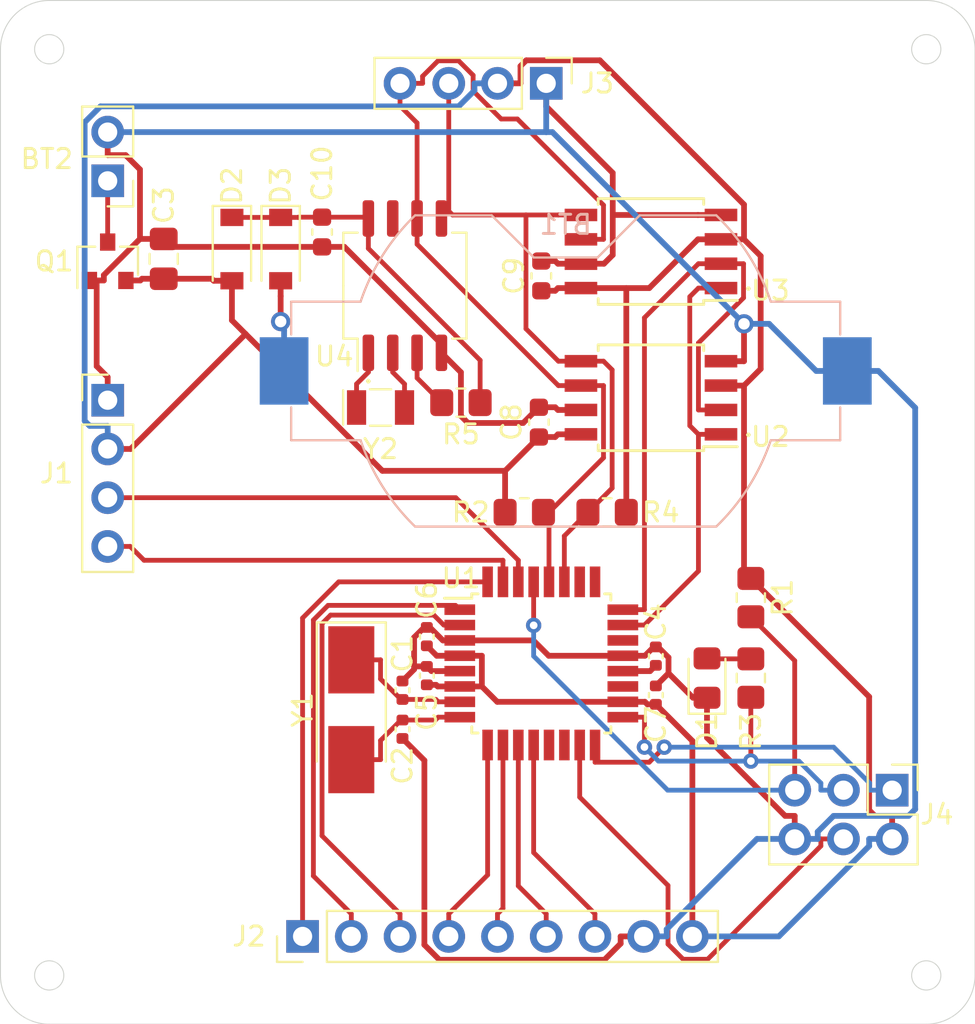
<source format=kicad_pcb>
(kicad_pcb (version 20171130) (host pcbnew "(5.1.9)-1")

  (general
    (thickness 1.6)
    (drawings 15)
    (tracks 336)
    (zones 0)
    (modules 31)
    (nets 37)
  )

  (page A4)
  (title_block
    (title "ATMEGA328 with RTC and Extended EEPROM")
    (date 2021-01-22)
    (rev 1)
    (company N/A)
    (comment 1 https://github.com/mhorne1)
  )

  (layers
    (0 F.Cu signal)
    (31 B.Cu mixed)
    (32 B.Adhes user)
    (33 F.Adhes user)
    (34 B.Paste user)
    (35 F.Paste user)
    (36 B.SilkS user)
    (37 F.SilkS user)
    (38 B.Mask user)
    (39 F.Mask user)
    (40 Dwgs.User user)
    (41 Cmts.User user)
    (42 Eco1.User user)
    (43 Eco2.User user)
    (44 Edge.Cuts user)
    (45 Margin user)
    (46 B.CrtYd user)
    (47 F.CrtYd user)
    (48 B.Fab user)
    (49 F.Fab user)
  )

  (setup
    (last_trace_width 0.25)
    (user_trace_width 0.25)
    (user_trace_width 0.3)
    (trace_clearance 0.2)
    (zone_clearance 0.508)
    (zone_45_only no)
    (trace_min 0.2)
    (via_size 0.8)
    (via_drill 0.4)
    (via_min_size 0.4)
    (via_min_drill 0.3)
    (user_via 0.8 0.4)
    (user_via 1 0.6)
    (uvia_size 0.3)
    (uvia_drill 0.1)
    (uvias_allowed no)
    (uvia_min_size 0.2)
    (uvia_min_drill 0.1)
    (edge_width 0.05)
    (segment_width 0.2)
    (pcb_text_width 0.3)
    (pcb_text_size 1.5 1.5)
    (mod_edge_width 0.12)
    (mod_text_size 1 1)
    (mod_text_width 0.15)
    (pad_size 1.524 1.524)
    (pad_drill 0.762)
    (pad_to_mask_clearance 0)
    (aux_axis_origin 0 0)
    (visible_elements 7FFFFFFF)
    (pcbplotparams
      (layerselection 0x010fc_ffffffff)
      (usegerberextensions false)
      (usegerberattributes true)
      (usegerberadvancedattributes true)
      (creategerberjobfile true)
      (excludeedgelayer true)
      (linewidth 0.100000)
      (plotframeref false)
      (viasonmask false)
      (mode 1)
      (useauxorigin false)
      (hpglpennumber 1)
      (hpglpenspeed 20)
      (hpglpendiameter 15.000000)
      (psnegative false)
      (psa4output false)
      (plotreference true)
      (plotvalue true)
      (plotinvisibletext false)
      (padsonsilk false)
      (subtractmaskfromsilk false)
      (outputformat 1)
      (mirror false)
      (drillshape 1)
      (scaleselection 1)
      (outputdirectory ""))
  )

  (net 0 "")
  (net 1 /Vcc)
  (net 2 GND)
  (net 3 "Net-(C4-Pad1)")
  (net 4 "Net-(D1-Pad2)")
  (net 5 "Net-(BT1-Pad1)")
  (net 6 /TX)
  (net 7 /RX)
  (net 8 /D2)
  (net 9 /D3)
  (net 10 /D4)
  (net 11 /D5)
  (net 12 /D6)
  (net 13 /D7)
  (net 14 /D8)
  (net 15 /SDA)
  (net 16 /SCL)
  (net 17 /MISO)
  (net 18 /SCK)
  (net 19 /MOSI)
  (net 20 /RESET)
  (net 21 "Net-(R5-Pad2)")
  (net 22 "Net-(U1-Pad13)")
  (net 23 "Net-(U1-Pad14)")
  (net 24 "Net-(U1-Pad19)")
  (net 25 "Net-(U1-Pad22)")
  (net 26 /ADDR1)
  (net 27 /ADDR2)
  (net 28 "Net-(U1-Pad25)")
  (net 29 "Net-(U1-Pad26)")
  (net 30 "Net-(U4-Pad7)")
  (net 31 /Vin)
  (net 32 /Vcc2)
  (net 33 /XTAL1)
  (net 34 /XTAL2)
  (net 35 /X2)
  (net 36 /X1)

  (net_class Default "This is the default net class."
    (clearance 0.2)
    (trace_width 0.25)
    (via_dia 0.8)
    (via_drill 0.4)
    (uvia_dia 0.3)
    (uvia_drill 0.1)
    (add_net /Vcc2)
    (add_net /Vin)
    (add_net /X1)
    (add_net /X2)
    (add_net /XTAL1)
    (add_net /XTAL2)
    (add_net "Net-(D1-Pad2)")
    (add_net "Net-(R5-Pad2)")
    (add_net "Net-(U1-Pad13)")
    (add_net "Net-(U1-Pad14)")
    (add_net "Net-(U1-Pad19)")
    (add_net "Net-(U1-Pad22)")
    (add_net "Net-(U1-Pad25)")
    (add_net "Net-(U1-Pad26)")
    (add_net "Net-(U4-Pad7)")
  )

  (net_class Power ""
    (clearance 0.2)
    (trace_width 0.3)
    (via_dia 1)
    (via_drill 0.6)
    (uvia_dia 0.3)
    (uvia_drill 0.1)
    (add_net /Vcc)
    (add_net GND)
    (add_net "Net-(BT1-Pad1)")
    (add_net "Net-(C4-Pad1)")
  )

  (net_class Signal ""
    (clearance 0.2)
    (trace_width 0.25)
    (via_dia 0.8)
    (via_drill 0.4)
    (uvia_dia 0.3)
    (uvia_drill 0.1)
    (add_net /ADDR1)
    (add_net /ADDR2)
    (add_net /D2)
    (add_net /D3)
    (add_net /D4)
    (add_net /D5)
    (add_net /D6)
    (add_net /D7)
    (add_net /D8)
    (add_net /MISO)
    (add_net /MOSI)
    (add_net /RESET)
    (add_net /RX)
    (add_net /SCK)
    (add_net /SCL)
    (add_net /SDA)
    (add_net /TX)
  )

  (module Battery:BatteryHolder_Keystone_1058_1x2032 (layer B.Cu) (tedit 589EE147) (tstamp 600D48A0)
    (at 156.464 108.204)
    (descr http://www.keyelco.com/product-pdf.cfm?p=14028)
    (tags "Keystone type 1058 coin cell retainer")
    (path /600D5613)
    (attr smd)
    (fp_text reference BT1 (at 0 -7.62) (layer B.SilkS)
      (effects (font (size 1 1) (thickness 0.15)) (justify mirror))
    )
    (fp_text value CR2032 (at 0 9.398) (layer B.Fab)
      (effects (font (size 1 1) (thickness 0.15)) (justify mirror))
    )
    (fp_circle (center 0 0) (end 10 0) (layer Dwgs.User) (width 0.15))
    (fp_line (start -7.8026 8) (end 7.8026 8) (layer B.Fab) (width 0.1))
    (fp_line (start -3.9 -8) (end -7.8026 -8) (layer B.Fab) (width 0.1))
    (fp_line (start -14.2 3.5) (end -14.2 1.9) (layer B.Fab) (width 0.1))
    (fp_line (start -14.2 3.5) (end -10.61275 3.5) (layer B.Fab) (width 0.1))
    (fp_line (start -1.7 -5.8) (end 1.7 -5.8) (layer B.Fab) (width 0.1))
    (fp_line (start -1.7 -5.8) (end -3.9 -8) (layer B.Fab) (width 0.1))
    (fp_line (start 1.7 -5.8) (end 3.9 -8) (layer B.Fab) (width 0.1))
    (fp_line (start 3.9 -8) (end 7.8026 -8) (layer B.Fab) (width 0.1))
    (fp_line (start -14.2 -3.5) (end -10.61275 -3.5) (layer B.Fab) (width 0.1))
    (fp_line (start -14.2 -1.9) (end -14.2 -3.5) (layer B.Fab) (width 0.1))
    (fp_line (start 14.2 3.5) (end 14.2 1.9) (layer B.Fab) (width 0.1))
    (fp_line (start 10.61275 3.5) (end 14.2 3.5) (layer B.Fab) (width 0.1))
    (fp_line (start 14.2 -3.5) (end 10.61275 -3.5) (layer B.Fab) (width 0.1))
    (fp_line (start 14.2 -1.9) (end 14.2 -3.5) (layer B.Fab) (width 0.1))
    (fp_line (start -14.31 3.61) (end -10.692 3.61) (layer B.SilkS) (width 0.12))
    (fp_line (start -14.31 1.9) (end -14.31 3.61) (layer B.SilkS) (width 0.12))
    (fp_line (start -7.8473 8.11) (end 7.8473 8.11) (layer B.SilkS) (width 0.12))
    (fp_line (start 14.31 1.9) (end 14.31 3.61) (layer B.SilkS) (width 0.12))
    (fp_line (start 10.692 3.61) (end 14.31 3.61) (layer B.SilkS) (width 0.12))
    (fp_line (start 14.31 -3.61) (end 10.692 -3.61) (layer B.SilkS) (width 0.12))
    (fp_line (start 14.31 -1.9) (end 14.31 -3.61) (layer B.SilkS) (width 0.12))
    (fp_line (start 7.8473 -8.11) (end 3.86 -8.11) (layer B.SilkS) (width 0.12))
    (fp_line (start 1.66 -5.91) (end 3.86 -8.11) (layer B.SilkS) (width 0.12))
    (fp_line (start 1.66 -5.91) (end -1.66 -5.91) (layer B.SilkS) (width 0.12))
    (fp_line (start -1.66 -5.91) (end -3.86 -8.11) (layer B.SilkS) (width 0.12))
    (fp_line (start -3.86 -8.11) (end -7.8473 -8.11) (layer B.SilkS) (width 0.12))
    (fp_line (start -10.692 -3.61) (end -14.31 -3.61) (layer B.SilkS) (width 0.12))
    (fp_line (start -14.31 -1.9) (end -14.31 -3.61) (layer B.SilkS) (width 0.12))
    (fp_line (start -16.45 -4.11) (end -11.06 -4.11) (layer B.CrtYd) (width 0.05))
    (fp_line (start -16.45 4.11) (end -16.45 -4.11) (layer B.CrtYd) (width 0.05))
    (fp_line (start -16.45 4.11) (end -11.06 4.11) (layer B.CrtYd) (width 0.05))
    (fp_line (start 16.45 4.11) (end 11.06 4.11) (layer B.CrtYd) (width 0.05))
    (fp_line (start 16.45 -4.11) (end 16.45 4.11) (layer B.CrtYd) (width 0.05))
    (fp_line (start 11.06 -4.11) (end 16.45 -4.11) (layer B.CrtYd) (width 0.05))
    (fp_text user %R (at 0 0) (layer B.Fab)
      (effects (font (size 1 1) (thickness 0.15)) (justify mirror))
    )
    (fp_arc (start 0 0) (end 11.06 -4.11) (angle -139.2) (layer B.CrtYd) (width 0.05))
    (fp_arc (start 0 0) (end -11.06 4.11) (angle -139.2) (layer B.CrtYd) (width 0.05))
    (fp_arc (start 0 0) (end -10.692 -3.61) (angle 27.3) (layer B.SilkS) (width 0.12))
    (fp_arc (start 0 0) (end 10.692 3.61) (angle 27.3) (layer B.SilkS) (width 0.12))
    (fp_arc (start 0 0) (end 10.692 -3.61) (angle -27.3) (layer B.SilkS) (width 0.12))
    (fp_arc (start 0 0) (end -10.692 3.61) (angle -27.3) (layer B.SilkS) (width 0.12))
    (fp_arc (start 0 0) (end -10.61275 -3.5) (angle 27.4635) (layer B.Fab) (width 0.1))
    (fp_arc (start 0 0) (end 10.61275 3.5) (angle 27.4635) (layer B.Fab) (width 0.1))
    (fp_arc (start 0 0) (end 10.61275 -3.5) (angle -27.4635) (layer B.Fab) (width 0.1))
    (fp_arc (start 0 0) (end -10.61275 3.5) (angle -27.4635) (layer B.Fab) (width 0.1))
    (pad 1 smd rect (at -14.68 0) (size 2.54 3.51) (layers B.Cu B.Paste B.Mask)
      (net 5 "Net-(BT1-Pad1)"))
    (pad 2 smd rect (at 14.68 0) (size 2.54 3.51) (layers B.Cu B.Paste B.Mask)
      (net 2 GND))
    (model ${KISYS3DMOD}/Battery.3dshapes/BatteryHolder_Keystone_1058_1x2032.wrl
      (at (xyz 0 0 0))
      (scale (xyz 1 1 1))
      (rotate (xyz 0 0 0))
    )
  )

  (module Connector_PinHeader_2.54mm:PinHeader_1x02_P2.54mm_Vertical (layer F.Cu) (tedit 59FED5CC) (tstamp 600D4843)
    (at 132.588 98.298 180)
    (descr "Through hole straight pin header, 1x02, 2.54mm pitch, single row")
    (tags "Through hole pin header THT 1x02 2.54mm single row")
    (path /60094422)
    (fp_text reference BT2 (at 3.175 1.143) (layer F.SilkS)
      (effects (font (size 1 1) (thickness 0.15)))
    )
    (fp_text value 3.3V (at 0 4.87) (layer F.Fab)
      (effects (font (size 1 1) (thickness 0.15)))
    )
    (fp_line (start 1.8 -1.8) (end -1.8 -1.8) (layer F.CrtYd) (width 0.05))
    (fp_line (start 1.8 4.35) (end 1.8 -1.8) (layer F.CrtYd) (width 0.05))
    (fp_line (start -1.8 4.35) (end 1.8 4.35) (layer F.CrtYd) (width 0.05))
    (fp_line (start -1.8 -1.8) (end -1.8 4.35) (layer F.CrtYd) (width 0.05))
    (fp_line (start -1.33 -1.33) (end 0 -1.33) (layer F.SilkS) (width 0.12))
    (fp_line (start -1.33 0) (end -1.33 -1.33) (layer F.SilkS) (width 0.12))
    (fp_line (start -1.33 1.27) (end 1.33 1.27) (layer F.SilkS) (width 0.12))
    (fp_line (start 1.33 1.27) (end 1.33 3.87) (layer F.SilkS) (width 0.12))
    (fp_line (start -1.33 1.27) (end -1.33 3.87) (layer F.SilkS) (width 0.12))
    (fp_line (start -1.33 3.87) (end 1.33 3.87) (layer F.SilkS) (width 0.12))
    (fp_line (start -1.27 -0.635) (end -0.635 -1.27) (layer F.Fab) (width 0.1))
    (fp_line (start -1.27 3.81) (end -1.27 -0.635) (layer F.Fab) (width 0.1))
    (fp_line (start 1.27 3.81) (end -1.27 3.81) (layer F.Fab) (width 0.1))
    (fp_line (start 1.27 -1.27) (end 1.27 3.81) (layer F.Fab) (width 0.1))
    (fp_line (start -0.635 -1.27) (end 1.27 -1.27) (layer F.Fab) (width 0.1))
    (fp_text user %R (at 0 1.27 90) (layer F.Fab)
      (effects (font (size 1 1) (thickness 0.15)))
    )
    (pad 2 thru_hole oval (at 0 2.54 180) (size 1.7 1.7) (drill 1) (layers *.Cu *.Mask)
      (net 2 GND))
    (pad 1 thru_hole rect (at 0 0 180) (size 1.7 1.7) (drill 1) (layers *.Cu *.Mask)
      (net 31 /Vin))
    (model ${KISYS3DMOD}/Connector_PinHeader_2.54mm.3dshapes/PinHeader_1x02_P2.54mm_Vertical.wrl
      (at (xyz 0 0 0))
      (scale (xyz 1 1 1))
      (rotate (xyz 0 0 0))
    )
  )

  (module Capacitor_SMD:C_0805_2012Metric_Pad1.18x1.45mm_HandSolder (layer F.Cu) (tedit 5F68FEEF) (tstamp 600D500F)
    (at 135.509 102.362 90)
    (descr "Capacitor SMD 0805 (2012 Metric), square (rectangular) end terminal, IPC_7351 nominal with elongated pad for handsoldering. (Body size source: IPC-SM-782 page 76, https://www.pcb-3d.com/wordpress/wp-content/uploads/ipc-sm-782a_amendment_1_and_2.pdf, https://docs.google.com/spreadsheets/d/1BsfQQcO9C6DZCsRaXUlFlo91Tg2WpOkGARC1WS5S8t0/edit?usp=sharing), generated with kicad-footprint-generator")
    (tags "capacitor handsolder")
    (path /60096B17)
    (attr smd)
    (fp_text reference C3 (at 2.794 0 90) (layer F.SilkS)
      (effects (font (size 1 1) (thickness 0.15)))
    )
    (fp_text value 10uF (at 0 1.68 90) (layer F.Fab)
      (effects (font (size 1 1) (thickness 0.15)))
    )
    (fp_line (start 1.88 0.98) (end -1.88 0.98) (layer F.CrtYd) (width 0.05))
    (fp_line (start 1.88 -0.98) (end 1.88 0.98) (layer F.CrtYd) (width 0.05))
    (fp_line (start -1.88 -0.98) (end 1.88 -0.98) (layer F.CrtYd) (width 0.05))
    (fp_line (start -1.88 0.98) (end -1.88 -0.98) (layer F.CrtYd) (width 0.05))
    (fp_line (start -0.261252 0.735) (end 0.261252 0.735) (layer F.SilkS) (width 0.12))
    (fp_line (start -0.261252 -0.735) (end 0.261252 -0.735) (layer F.SilkS) (width 0.12))
    (fp_line (start 1 0.625) (end -1 0.625) (layer F.Fab) (width 0.1))
    (fp_line (start 1 -0.625) (end 1 0.625) (layer F.Fab) (width 0.1))
    (fp_line (start -1 -0.625) (end 1 -0.625) (layer F.Fab) (width 0.1))
    (fp_line (start -1 0.625) (end -1 -0.625) (layer F.Fab) (width 0.1))
    (fp_text user %R (at 0 0 90) (layer F.Fab)
      (effects (font (size 0.5 0.5) (thickness 0.08)))
    )
    (pad 2 smd roundrect (at 1.0375 0 90) (size 1.175 1.45) (layers F.Cu F.Paste F.Mask) (roundrect_rratio 0.212766)
      (net 2 GND))
    (pad 1 smd roundrect (at -1.0375 0 90) (size 1.175 1.45) (layers F.Cu F.Paste F.Mask) (roundrect_rratio 0.212766)
      (net 1 /Vcc))
    (model ${KISYS3DMOD}/Capacitor_SMD.3dshapes/C_0805_2012Metric.wrl
      (at (xyz 0 0 0))
      (scale (xyz 1 1 1))
      (rotate (xyz 0 0 0))
    )
  )

  (module LED_SMD:LED_0805_2012Metric_Pad1.15x1.40mm_HandSolder (layer F.Cu) (tedit 5F68FEF1) (tstamp 600D4DB9)
    (at 163.83 124.206 90)
    (descr "LED SMD 0805 (2012 Metric), square (rectangular) end terminal, IPC_7351 nominal, (Body size source: https://docs.google.com/spreadsheets/d/1BsfQQcO9C6DZCsRaXUlFlo91Tg2WpOkGARC1WS5S8t0/edit?usp=sharing), generated with kicad-footprint-generator")
    (tags "LED handsolder")
    (path /60097236)
    (attr smd)
    (fp_text reference D1 (at -2.794 0 90) (layer F.SilkS)
      (effects (font (size 1 1) (thickness 0.15)))
    )
    (fp_text value LED (at 0 1.65 90) (layer F.Fab)
      (effects (font (size 1 1) (thickness 0.15)))
    )
    (fp_line (start 1.85 0.95) (end -1.85 0.95) (layer F.CrtYd) (width 0.05))
    (fp_line (start 1.85 -0.95) (end 1.85 0.95) (layer F.CrtYd) (width 0.05))
    (fp_line (start -1.85 -0.95) (end 1.85 -0.95) (layer F.CrtYd) (width 0.05))
    (fp_line (start -1.85 0.95) (end -1.85 -0.95) (layer F.CrtYd) (width 0.05))
    (fp_line (start -1.86 0.96) (end 1 0.96) (layer F.SilkS) (width 0.12))
    (fp_line (start -1.86 -0.96) (end -1.86 0.96) (layer F.SilkS) (width 0.12))
    (fp_line (start 1 -0.96) (end -1.86 -0.96) (layer F.SilkS) (width 0.12))
    (fp_line (start 1 0.6) (end 1 -0.6) (layer F.Fab) (width 0.1))
    (fp_line (start -1 0.6) (end 1 0.6) (layer F.Fab) (width 0.1))
    (fp_line (start -1 -0.3) (end -1 0.6) (layer F.Fab) (width 0.1))
    (fp_line (start -0.7 -0.6) (end -1 -0.3) (layer F.Fab) (width 0.1))
    (fp_line (start 1 -0.6) (end -0.7 -0.6) (layer F.Fab) (width 0.1))
    (fp_text user %R (at 0 0 90) (layer F.Fab)
      (effects (font (size 0.5 0.5) (thickness 0.08)))
    )
    (pad 2 smd roundrect (at 1.025 0 90) (size 1.15 1.4) (layers F.Cu F.Paste F.Mask) (roundrect_rratio 0.217391)
      (net 4 "Net-(D1-Pad2)"))
    (pad 1 smd roundrect (at -1.025 0 90) (size 1.15 1.4) (layers F.Cu F.Paste F.Mask) (roundrect_rratio 0.217391)
      (net 2 GND))
    (model ${KISYS3DMOD}/LED_SMD.3dshapes/LED_0805_2012Metric.wrl
      (at (xyz 0 0 0))
      (scale (xyz 1 1 1))
      (rotate (xyz 0 0 0))
    )
  )

  (module Diode_SMD:D_SOD-123 (layer F.Cu) (tedit 58645DC7) (tstamp 600D4D77)
    (at 139.065 101.854 270)
    (descr SOD-123)
    (tags SOD-123)
    (path /600AFB22)
    (attr smd)
    (fp_text reference D2 (at -3.302 0 90) (layer F.SilkS)
      (effects (font (size 1 1) (thickness 0.15)))
    )
    (fp_text value MBR0520LT (at 0 2.1 90) (layer F.Fab)
      (effects (font (size 1 1) (thickness 0.15)))
    )
    (fp_line (start -2.25 -1) (end -2.25 1) (layer F.SilkS) (width 0.12))
    (fp_line (start 0.25 0) (end 0.75 0) (layer F.Fab) (width 0.1))
    (fp_line (start 0.25 0.4) (end -0.35 0) (layer F.Fab) (width 0.1))
    (fp_line (start 0.25 -0.4) (end 0.25 0.4) (layer F.Fab) (width 0.1))
    (fp_line (start -0.35 0) (end 0.25 -0.4) (layer F.Fab) (width 0.1))
    (fp_line (start -0.35 0) (end -0.35 0.55) (layer F.Fab) (width 0.1))
    (fp_line (start -0.35 0) (end -0.35 -0.55) (layer F.Fab) (width 0.1))
    (fp_line (start -0.75 0) (end -0.35 0) (layer F.Fab) (width 0.1))
    (fp_line (start -1.4 0.9) (end -1.4 -0.9) (layer F.Fab) (width 0.1))
    (fp_line (start 1.4 0.9) (end -1.4 0.9) (layer F.Fab) (width 0.1))
    (fp_line (start 1.4 -0.9) (end 1.4 0.9) (layer F.Fab) (width 0.1))
    (fp_line (start -1.4 -0.9) (end 1.4 -0.9) (layer F.Fab) (width 0.1))
    (fp_line (start -2.35 -1.15) (end 2.35 -1.15) (layer F.CrtYd) (width 0.05))
    (fp_line (start 2.35 -1.15) (end 2.35 1.15) (layer F.CrtYd) (width 0.05))
    (fp_line (start 2.35 1.15) (end -2.35 1.15) (layer F.CrtYd) (width 0.05))
    (fp_line (start -2.35 -1.15) (end -2.35 1.15) (layer F.CrtYd) (width 0.05))
    (fp_line (start -2.25 1) (end 1.65 1) (layer F.SilkS) (width 0.12))
    (fp_line (start -2.25 -1) (end 1.65 -1) (layer F.SilkS) (width 0.12))
    (fp_text user %R (at 0 -2 90) (layer F.Fab)
      (effects (font (size 1 1) (thickness 0.15)))
    )
    (pad 1 smd rect (at -1.65 0 270) (size 0.9 1.2) (layers F.Cu F.Paste F.Mask)
      (net 32 /Vcc2))
    (pad 2 smd rect (at 1.65 0 270) (size 0.9 1.2) (layers F.Cu F.Paste F.Mask)
      (net 1 /Vcc))
    (model ${KISYS3DMOD}/Diode_SMD.3dshapes/D_SOD-123.wrl
      (at (xyz 0 0 0))
      (scale (xyz 1 1 1))
      (rotate (xyz 0 0 0))
    )
  )

  (module Diode_SMD:D_SOD-123 (layer F.Cu) (tedit 58645DC7) (tstamp 600D4D2F)
    (at 141.605 101.854 270)
    (descr SOD-123)
    (tags SOD-123)
    (path /600C40F8)
    (attr smd)
    (fp_text reference D3 (at -3.302 0 90) (layer F.SilkS)
      (effects (font (size 1 1) (thickness 0.15)))
    )
    (fp_text value MBR0520LT (at 0 2.1 90) (layer F.Fab)
      (effects (font (size 1 1) (thickness 0.15)))
    )
    (fp_line (start -2.25 -1) (end 1.65 -1) (layer F.SilkS) (width 0.12))
    (fp_line (start -2.25 1) (end 1.65 1) (layer F.SilkS) (width 0.12))
    (fp_line (start -2.35 -1.15) (end -2.35 1.15) (layer F.CrtYd) (width 0.05))
    (fp_line (start 2.35 1.15) (end -2.35 1.15) (layer F.CrtYd) (width 0.05))
    (fp_line (start 2.35 -1.15) (end 2.35 1.15) (layer F.CrtYd) (width 0.05))
    (fp_line (start -2.35 -1.15) (end 2.35 -1.15) (layer F.CrtYd) (width 0.05))
    (fp_line (start -1.4 -0.9) (end 1.4 -0.9) (layer F.Fab) (width 0.1))
    (fp_line (start 1.4 -0.9) (end 1.4 0.9) (layer F.Fab) (width 0.1))
    (fp_line (start 1.4 0.9) (end -1.4 0.9) (layer F.Fab) (width 0.1))
    (fp_line (start -1.4 0.9) (end -1.4 -0.9) (layer F.Fab) (width 0.1))
    (fp_line (start -0.75 0) (end -0.35 0) (layer F.Fab) (width 0.1))
    (fp_line (start -0.35 0) (end -0.35 -0.55) (layer F.Fab) (width 0.1))
    (fp_line (start -0.35 0) (end -0.35 0.55) (layer F.Fab) (width 0.1))
    (fp_line (start -0.35 0) (end 0.25 -0.4) (layer F.Fab) (width 0.1))
    (fp_line (start 0.25 -0.4) (end 0.25 0.4) (layer F.Fab) (width 0.1))
    (fp_line (start 0.25 0.4) (end -0.35 0) (layer F.Fab) (width 0.1))
    (fp_line (start 0.25 0) (end 0.75 0) (layer F.Fab) (width 0.1))
    (fp_line (start -2.25 -1) (end -2.25 1) (layer F.SilkS) (width 0.12))
    (fp_text user %R (at 0 -2 90) (layer F.Fab)
      (effects (font (size 1 1) (thickness 0.15)))
    )
    (pad 2 smd rect (at 1.65 0 270) (size 0.9 1.2) (layers F.Cu F.Paste F.Mask)
      (net 5 "Net-(BT1-Pad1)"))
    (pad 1 smd rect (at -1.65 0 270) (size 0.9 1.2) (layers F.Cu F.Paste F.Mask)
      (net 32 /Vcc2))
    (model ${KISYS3DMOD}/Diode_SMD.3dshapes/D_SOD-123.wrl
      (at (xyz 0 0 0))
      (scale (xyz 1 1 1))
      (rotate (xyz 0 0 0))
    )
  )

  (module Connector_PinHeader_2.54mm:PinHeader_1x04_P2.54mm_Vertical (layer F.Cu) (tedit 59FED5CC) (tstamp 600D4CE9)
    (at 132.588 109.728)
    (descr "Through hole straight pin header, 1x04, 2.54mm pitch, single row")
    (tags "Through hole pin header THT 1x04 2.54mm single row")
    (path /6009EB5D/600A46E8)
    (fp_text reference J1 (at -2.667 3.81) (layer F.SilkS)
      (effects (font (size 1 1) (thickness 0.15)))
    )
    (fp_text value Serial (at 0 9.95) (layer F.Fab)
      (effects (font (size 1 1) (thickness 0.15)))
    )
    (fp_line (start -0.635 -1.27) (end 1.27 -1.27) (layer F.Fab) (width 0.1))
    (fp_line (start 1.27 -1.27) (end 1.27 8.89) (layer F.Fab) (width 0.1))
    (fp_line (start 1.27 8.89) (end -1.27 8.89) (layer F.Fab) (width 0.1))
    (fp_line (start -1.27 8.89) (end -1.27 -0.635) (layer F.Fab) (width 0.1))
    (fp_line (start -1.27 -0.635) (end -0.635 -1.27) (layer F.Fab) (width 0.1))
    (fp_line (start -1.33 8.95) (end 1.33 8.95) (layer F.SilkS) (width 0.12))
    (fp_line (start -1.33 1.27) (end -1.33 8.95) (layer F.SilkS) (width 0.12))
    (fp_line (start 1.33 1.27) (end 1.33 8.95) (layer F.SilkS) (width 0.12))
    (fp_line (start -1.33 1.27) (end 1.33 1.27) (layer F.SilkS) (width 0.12))
    (fp_line (start -1.33 0) (end -1.33 -1.33) (layer F.SilkS) (width 0.12))
    (fp_line (start -1.33 -1.33) (end 0 -1.33) (layer F.SilkS) (width 0.12))
    (fp_line (start -1.8 -1.8) (end -1.8 9.4) (layer F.CrtYd) (width 0.05))
    (fp_line (start -1.8 9.4) (end 1.8 9.4) (layer F.CrtYd) (width 0.05))
    (fp_line (start 1.8 9.4) (end 1.8 -1.8) (layer F.CrtYd) (width 0.05))
    (fp_line (start 1.8 -1.8) (end -1.8 -1.8) (layer F.CrtYd) (width 0.05))
    (fp_text user %R (at 0 3.81 90) (layer F.Fab)
      (effects (font (size 1 1) (thickness 0.15)))
    )
    (pad 1 thru_hole rect (at 0 0) (size 1.7 1.7) (drill 1) (layers *.Cu *.Mask)
      (net 2 GND))
    (pad 2 thru_hole oval (at 0 2.54) (size 1.7 1.7) (drill 1) (layers *.Cu *.Mask)
      (net 1 /Vcc))
    (pad 3 thru_hole oval (at 0 5.08) (size 1.7 1.7) (drill 1) (layers *.Cu *.Mask)
      (net 7 /RX))
    (pad 4 thru_hole oval (at 0 7.62) (size 1.7 1.7) (drill 1) (layers *.Cu *.Mask)
      (net 6 /TX))
    (model ${KISYS3DMOD}/Connector_PinHeader_2.54mm.3dshapes/PinHeader_1x04_P2.54mm_Vertical.wrl
      (at (xyz 0 0 0))
      (scale (xyz 1 1 1))
      (rotate (xyz 0 0 0))
    )
  )

  (module Connector_PinHeader_2.54mm:PinHeader_1x09_P2.54mm_Vertical (layer F.Cu) (tedit 59FED5CC) (tstamp 600D4C9A)
    (at 142.748 137.668 90)
    (descr "Through hole straight pin header, 1x09, 2.54mm pitch, single row")
    (tags "Through hole pin header THT 1x09 2.54mm single row")
    (path /6009EB5D/600A0191)
    (fp_text reference J2 (at 0 -2.794 180) (layer F.SilkS)
      (effects (font (size 1 1) (thickness 0.15)))
    )
    (fp_text value "Digital Pins" (at 0 22.65 90) (layer F.Fab)
      (effects (font (size 1 1) (thickness 0.15)))
    )
    (fp_line (start 1.8 -1.8) (end -1.8 -1.8) (layer F.CrtYd) (width 0.05))
    (fp_line (start 1.8 22.1) (end 1.8 -1.8) (layer F.CrtYd) (width 0.05))
    (fp_line (start -1.8 22.1) (end 1.8 22.1) (layer F.CrtYd) (width 0.05))
    (fp_line (start -1.8 -1.8) (end -1.8 22.1) (layer F.CrtYd) (width 0.05))
    (fp_line (start -1.33 -1.33) (end 0 -1.33) (layer F.SilkS) (width 0.12))
    (fp_line (start -1.33 0) (end -1.33 -1.33) (layer F.SilkS) (width 0.12))
    (fp_line (start -1.33 1.27) (end 1.33 1.27) (layer F.SilkS) (width 0.12))
    (fp_line (start 1.33 1.27) (end 1.33 21.65) (layer F.SilkS) (width 0.12))
    (fp_line (start -1.33 1.27) (end -1.33 21.65) (layer F.SilkS) (width 0.12))
    (fp_line (start -1.33 21.65) (end 1.33 21.65) (layer F.SilkS) (width 0.12))
    (fp_line (start -1.27 -0.635) (end -0.635 -1.27) (layer F.Fab) (width 0.1))
    (fp_line (start -1.27 21.59) (end -1.27 -0.635) (layer F.Fab) (width 0.1))
    (fp_line (start 1.27 21.59) (end -1.27 21.59) (layer F.Fab) (width 0.1))
    (fp_line (start 1.27 -1.27) (end 1.27 21.59) (layer F.Fab) (width 0.1))
    (fp_line (start -0.635 -1.27) (end 1.27 -1.27) (layer F.Fab) (width 0.1))
    (fp_text user %R (at 0 10.16) (layer F.Fab)
      (effects (font (size 1 1) (thickness 0.15)))
    )
    (pad 9 thru_hole oval (at 0 20.32 90) (size 1.7 1.7) (drill 1) (layers *.Cu *.Mask)
      (net 1 /Vcc))
    (pad 8 thru_hole oval (at 0 17.78 90) (size 1.7 1.7) (drill 1) (layers *.Cu *.Mask)
      (net 2 GND))
    (pad 7 thru_hole oval (at 0 15.24 90) (size 1.7 1.7) (drill 1) (layers *.Cu *.Mask)
      (net 14 /D8))
    (pad 6 thru_hole oval (at 0 12.7 90) (size 1.7 1.7) (drill 1) (layers *.Cu *.Mask)
      (net 13 /D7))
    (pad 5 thru_hole oval (at 0 10.16 90) (size 1.7 1.7) (drill 1) (layers *.Cu *.Mask)
      (net 12 /D6))
    (pad 4 thru_hole oval (at 0 7.62 90) (size 1.7 1.7) (drill 1) (layers *.Cu *.Mask)
      (net 11 /D5))
    (pad 3 thru_hole oval (at 0 5.08 90) (size 1.7 1.7) (drill 1) (layers *.Cu *.Mask)
      (net 10 /D4))
    (pad 2 thru_hole oval (at 0 2.54 90) (size 1.7 1.7) (drill 1) (layers *.Cu *.Mask)
      (net 9 /D3))
    (pad 1 thru_hole rect (at 0 0 90) (size 1.7 1.7) (drill 1) (layers *.Cu *.Mask)
      (net 8 /D2))
    (model ${KISYS3DMOD}/Connector_PinHeader_2.54mm.3dshapes/PinHeader_1x09_P2.54mm_Vertical.wrl
      (at (xyz 0 0 0))
      (scale (xyz 1 1 1))
      (rotate (xyz 0 0 0))
    )
  )

  (module Connector_PinHeader_2.54mm:PinHeader_1x04_P2.54mm_Vertical (layer F.Cu) (tedit 59FED5CC) (tstamp 600D4C50)
    (at 155.448 93.218 270)
    (descr "Through hole straight pin header, 1x04, 2.54mm pitch, single row")
    (tags "Through hole pin header THT 1x04 2.54mm single row")
    (path /6009EB5D/600A1639)
    (fp_text reference J3 (at 0 -2.667 180) (layer F.SilkS)
      (effects (font (size 1 1) (thickness 0.15)))
    )
    (fp_text value I2C (at 0 9.95 90) (layer F.Fab)
      (effects (font (size 1 1) (thickness 0.15)))
    )
    (fp_line (start 1.8 -1.8) (end -1.8 -1.8) (layer F.CrtYd) (width 0.05))
    (fp_line (start 1.8 9.4) (end 1.8 -1.8) (layer F.CrtYd) (width 0.05))
    (fp_line (start -1.8 9.4) (end 1.8 9.4) (layer F.CrtYd) (width 0.05))
    (fp_line (start -1.8 -1.8) (end -1.8 9.4) (layer F.CrtYd) (width 0.05))
    (fp_line (start -1.33 -1.33) (end 0 -1.33) (layer F.SilkS) (width 0.12))
    (fp_line (start -1.33 0) (end -1.33 -1.33) (layer F.SilkS) (width 0.12))
    (fp_line (start -1.33 1.27) (end 1.33 1.27) (layer F.SilkS) (width 0.12))
    (fp_line (start 1.33 1.27) (end 1.33 8.95) (layer F.SilkS) (width 0.12))
    (fp_line (start -1.33 1.27) (end -1.33 8.95) (layer F.SilkS) (width 0.12))
    (fp_line (start -1.33 8.95) (end 1.33 8.95) (layer F.SilkS) (width 0.12))
    (fp_line (start -1.27 -0.635) (end -0.635 -1.27) (layer F.Fab) (width 0.1))
    (fp_line (start -1.27 8.89) (end -1.27 -0.635) (layer F.Fab) (width 0.1))
    (fp_line (start 1.27 8.89) (end -1.27 8.89) (layer F.Fab) (width 0.1))
    (fp_line (start 1.27 -1.27) (end 1.27 8.89) (layer F.Fab) (width 0.1))
    (fp_line (start -0.635 -1.27) (end 1.27 -1.27) (layer F.Fab) (width 0.1))
    (fp_text user %R (at 0 3.81) (layer F.Fab)
      (effects (font (size 1 1) (thickness 0.15)))
    )
    (pad 4 thru_hole oval (at 0 7.62 270) (size 1.7 1.7) (drill 1) (layers *.Cu *.Mask)
      (net 16 /SCL))
    (pad 3 thru_hole oval (at 0 5.08 270) (size 1.7 1.7) (drill 1) (layers *.Cu *.Mask)
      (net 15 /SDA))
    (pad 2 thru_hole oval (at 0 2.54 270) (size 1.7 1.7) (drill 1) (layers *.Cu *.Mask)
      (net 1 /Vcc))
    (pad 1 thru_hole rect (at 0 0 270) (size 1.7 1.7) (drill 1) (layers *.Cu *.Mask)
      (net 2 GND))
    (model ${KISYS3DMOD}/Connector_PinHeader_2.54mm.3dshapes/PinHeader_1x04_P2.54mm_Vertical.wrl
      (at (xyz 0 0 0))
      (scale (xyz 1 1 1))
      (rotate (xyz 0 0 0))
    )
  )

  (module Connector_PinHeader_2.54mm:PinHeader_2x03_P2.54mm_Vertical (layer F.Cu) (tedit 59FED5CC) (tstamp 600DFE1F)
    (at 173.482 130.048 270)
    (descr "Through hole straight pin header, 2x03, 2.54mm pitch, double rows")
    (tags "Through hole pin header THT 2x03 2.54mm double row")
    (path /6009EB5D/600A23CE)
    (fp_text reference J4 (at 1.27 -2.33 180) (layer F.SilkS)
      (effects (font (size 1 1) (thickness 0.15)))
    )
    (fp_text value ICSP (at 1.27 7.41 90) (layer F.Fab)
      (effects (font (size 1 1) (thickness 0.15)))
    )
    (fp_line (start 4.35 -1.8) (end -1.8 -1.8) (layer F.CrtYd) (width 0.05))
    (fp_line (start 4.35 6.85) (end 4.35 -1.8) (layer F.CrtYd) (width 0.05))
    (fp_line (start -1.8 6.85) (end 4.35 6.85) (layer F.CrtYd) (width 0.05))
    (fp_line (start -1.8 -1.8) (end -1.8 6.85) (layer F.CrtYd) (width 0.05))
    (fp_line (start -1.33 -1.33) (end 0 -1.33) (layer F.SilkS) (width 0.12))
    (fp_line (start -1.33 0) (end -1.33 -1.33) (layer F.SilkS) (width 0.12))
    (fp_line (start 1.27 -1.33) (end 3.87 -1.33) (layer F.SilkS) (width 0.12))
    (fp_line (start 1.27 1.27) (end 1.27 -1.33) (layer F.SilkS) (width 0.12))
    (fp_line (start -1.33 1.27) (end 1.27 1.27) (layer F.SilkS) (width 0.12))
    (fp_line (start 3.87 -1.33) (end 3.87 6.41) (layer F.SilkS) (width 0.12))
    (fp_line (start -1.33 1.27) (end -1.33 6.41) (layer F.SilkS) (width 0.12))
    (fp_line (start -1.33 6.41) (end 3.87 6.41) (layer F.SilkS) (width 0.12))
    (fp_line (start -1.27 0) (end 0 -1.27) (layer F.Fab) (width 0.1))
    (fp_line (start -1.27 6.35) (end -1.27 0) (layer F.Fab) (width 0.1))
    (fp_line (start 3.81 6.35) (end -1.27 6.35) (layer F.Fab) (width 0.1))
    (fp_line (start 3.81 -1.27) (end 3.81 6.35) (layer F.Fab) (width 0.1))
    (fp_line (start 0 -1.27) (end 3.81 -1.27) (layer F.Fab) (width 0.1))
    (fp_text user %R (at 1.27 2.54) (layer F.Fab)
      (effects (font (size 1 1) (thickness 0.15)))
    )
    (pad 6 thru_hole oval (at 2.54 5.08 270) (size 1.7 1.7) (drill 1) (layers *.Cu *.Mask)
      (net 2 GND))
    (pad 5 thru_hole oval (at 0 5.08 270) (size 1.7 1.7) (drill 1) (layers *.Cu *.Mask)
      (net 20 /RESET))
    (pad 4 thru_hole oval (at 2.54 2.54 270) (size 1.7 1.7) (drill 1) (layers *.Cu *.Mask)
      (net 19 /MOSI))
    (pad 3 thru_hole oval (at 0 2.54 270) (size 1.7 1.7) (drill 1) (layers *.Cu *.Mask)
      (net 18 /SCK))
    (pad 2 thru_hole oval (at 2.54 0 270) (size 1.7 1.7) (drill 1) (layers *.Cu *.Mask)
      (net 1 /Vcc))
    (pad 1 thru_hole rect (at 0 0 270) (size 1.7 1.7) (drill 1) (layers *.Cu *.Mask)
      (net 17 /MISO))
    (model ${KISYS3DMOD}/Connector_PinHeader_2.54mm.3dshapes/PinHeader_2x03_P2.54mm_Vertical.wrl
      (at (xyz 0 0 0))
      (scale (xyz 1 1 1))
      (rotate (xyz 0 0 0))
    )
  )

  (module Resistor_SMD:R_0805_2012Metric_Pad1.20x1.40mm_HandSolder (layer F.Cu) (tedit 5F68FEEE) (tstamp 600D4BC8)
    (at 166.116 120.015 270)
    (descr "Resistor SMD 0805 (2012 Metric), square (rectangular) end terminal, IPC_7351 nominal with elongated pad for handsoldering. (Body size source: IPC-SM-782 page 72, https://www.pcb-3d.com/wordpress/wp-content/uploads/ipc-sm-782a_amendment_1_and_2.pdf), generated with kicad-footprint-generator")
    (tags "resistor handsolder")
    (path /600983F5)
    (attr smd)
    (fp_text reference R1 (at 0 -1.65 90) (layer F.SilkS)
      (effects (font (size 1 1) (thickness 0.15)))
    )
    (fp_text value 10k (at 0 1.65 90) (layer F.Fab)
      (effects (font (size 1 1) (thickness 0.15)))
    )
    (fp_line (start -1 0.625) (end -1 -0.625) (layer F.Fab) (width 0.1))
    (fp_line (start -1 -0.625) (end 1 -0.625) (layer F.Fab) (width 0.1))
    (fp_line (start 1 -0.625) (end 1 0.625) (layer F.Fab) (width 0.1))
    (fp_line (start 1 0.625) (end -1 0.625) (layer F.Fab) (width 0.1))
    (fp_line (start -0.227064 -0.735) (end 0.227064 -0.735) (layer F.SilkS) (width 0.12))
    (fp_line (start -0.227064 0.735) (end 0.227064 0.735) (layer F.SilkS) (width 0.12))
    (fp_line (start -1.85 0.95) (end -1.85 -0.95) (layer F.CrtYd) (width 0.05))
    (fp_line (start -1.85 -0.95) (end 1.85 -0.95) (layer F.CrtYd) (width 0.05))
    (fp_line (start 1.85 -0.95) (end 1.85 0.95) (layer F.CrtYd) (width 0.05))
    (fp_line (start 1.85 0.95) (end -1.85 0.95) (layer F.CrtYd) (width 0.05))
    (fp_text user %R (at 0 0 90) (layer F.Fab)
      (effects (font (size 0.5 0.5) (thickness 0.08)))
    )
    (pad 1 smd roundrect (at -1 0 270) (size 1.2 1.4) (layers F.Cu F.Paste F.Mask) (roundrect_rratio 0.208333)
      (net 1 /Vcc))
    (pad 2 smd roundrect (at 1 0 270) (size 1.2 1.4) (layers F.Cu F.Paste F.Mask) (roundrect_rratio 0.208333)
      (net 20 /RESET))
    (model ${KISYS3DMOD}/Resistor_SMD.3dshapes/R_0805_2012Metric.wrl
      (at (xyz 0 0 0))
      (scale (xyz 1 1 1))
      (rotate (xyz 0 0 0))
    )
  )

  (module Resistor_SMD:R_0805_2012Metric_Pad1.20x1.40mm_HandSolder (layer F.Cu) (tedit 5F68FEEE) (tstamp 600D4B98)
    (at 154.305 115.57)
    (descr "Resistor SMD 0805 (2012 Metric), square (rectangular) end terminal, IPC_7351 nominal with elongated pad for handsoldering. (Body size source: IPC-SM-782 page 72, https://www.pcb-3d.com/wordpress/wp-content/uploads/ipc-sm-782a_amendment_1_and_2.pdf), generated with kicad-footprint-generator")
    (tags "resistor handsolder")
    (path /60097C6C)
    (attr smd)
    (fp_text reference R2 (at -2.794 0) (layer F.SilkS)
      (effects (font (size 1 1) (thickness 0.15)))
    )
    (fp_text value 2.2k (at 0 1.65) (layer F.Fab)
      (effects (font (size 1 1) (thickness 0.15)))
    )
    (fp_line (start 1.85 0.95) (end -1.85 0.95) (layer F.CrtYd) (width 0.05))
    (fp_line (start 1.85 -0.95) (end 1.85 0.95) (layer F.CrtYd) (width 0.05))
    (fp_line (start -1.85 -0.95) (end 1.85 -0.95) (layer F.CrtYd) (width 0.05))
    (fp_line (start -1.85 0.95) (end -1.85 -0.95) (layer F.CrtYd) (width 0.05))
    (fp_line (start -0.227064 0.735) (end 0.227064 0.735) (layer F.SilkS) (width 0.12))
    (fp_line (start -0.227064 -0.735) (end 0.227064 -0.735) (layer F.SilkS) (width 0.12))
    (fp_line (start 1 0.625) (end -1 0.625) (layer F.Fab) (width 0.1))
    (fp_line (start 1 -0.625) (end 1 0.625) (layer F.Fab) (width 0.1))
    (fp_line (start -1 -0.625) (end 1 -0.625) (layer F.Fab) (width 0.1))
    (fp_line (start -1 0.625) (end -1 -0.625) (layer F.Fab) (width 0.1))
    (fp_text user %R (at 0 0) (layer F.Fab)
      (effects (font (size 0.5 0.5) (thickness 0.08)))
    )
    (pad 2 smd roundrect (at 1 0) (size 1.2 1.4) (layers F.Cu F.Paste F.Mask) (roundrect_rratio 0.208333)
      (net 16 /SCL))
    (pad 1 smd roundrect (at -1 0) (size 1.2 1.4) (layers F.Cu F.Paste F.Mask) (roundrect_rratio 0.208333)
      (net 1 /Vcc))
    (model ${KISYS3DMOD}/Resistor_SMD.3dshapes/R_0805_2012Metric.wrl
      (at (xyz 0 0 0))
      (scale (xyz 1 1 1))
      (rotate (xyz 0 0 0))
    )
  )

  (module Resistor_SMD:R_0805_2012Metric_Pad1.20x1.40mm_HandSolder (layer F.Cu) (tedit 5F68FEEE) (tstamp 600D4B68)
    (at 166.116 124.206 90)
    (descr "Resistor SMD 0805 (2012 Metric), square (rectangular) end terminal, IPC_7351 nominal with elongated pad for handsoldering. (Body size source: IPC-SM-782 page 72, https://www.pcb-3d.com/wordpress/wp-content/uploads/ipc-sm-782a_amendment_1_and_2.pdf), generated with kicad-footprint-generator")
    (tags "resistor handsolder")
    (path /6024B1F3)
    (attr smd)
    (fp_text reference R3 (at -2.794 0 90) (layer F.SilkS)
      (effects (font (size 1 1) (thickness 0.15)))
    )
    (fp_text value 330 (at 0 1.65 90) (layer F.Fab)
      (effects (font (size 1 1) (thickness 0.15)))
    )
    (fp_line (start 1.85 0.95) (end -1.85 0.95) (layer F.CrtYd) (width 0.05))
    (fp_line (start 1.85 -0.95) (end 1.85 0.95) (layer F.CrtYd) (width 0.05))
    (fp_line (start -1.85 -0.95) (end 1.85 -0.95) (layer F.CrtYd) (width 0.05))
    (fp_line (start -1.85 0.95) (end -1.85 -0.95) (layer F.CrtYd) (width 0.05))
    (fp_line (start -0.227064 0.735) (end 0.227064 0.735) (layer F.SilkS) (width 0.12))
    (fp_line (start -0.227064 -0.735) (end 0.227064 -0.735) (layer F.SilkS) (width 0.12))
    (fp_line (start 1 0.625) (end -1 0.625) (layer F.Fab) (width 0.1))
    (fp_line (start 1 -0.625) (end 1 0.625) (layer F.Fab) (width 0.1))
    (fp_line (start -1 -0.625) (end 1 -0.625) (layer F.Fab) (width 0.1))
    (fp_line (start -1 0.625) (end -1 -0.625) (layer F.Fab) (width 0.1))
    (fp_text user %R (at 0 0 90) (layer F.Fab)
      (effects (font (size 0.5 0.5) (thickness 0.08)))
    )
    (pad 2 smd roundrect (at 1 0 90) (size 1.2 1.4) (layers F.Cu F.Paste F.Mask) (roundrect_rratio 0.208333)
      (net 4 "Net-(D1-Pad2)"))
    (pad 1 smd roundrect (at -1 0 90) (size 1.2 1.4) (layers F.Cu F.Paste F.Mask) (roundrect_rratio 0.208333)
      (net 18 /SCK))
    (model ${KISYS3DMOD}/Resistor_SMD.3dshapes/R_0805_2012Metric.wrl
      (at (xyz 0 0 0))
      (scale (xyz 1 1 1))
      (rotate (xyz 0 0 0))
    )
  )

  (module Resistor_SMD:R_0805_2012Metric_Pad1.20x1.40mm_HandSolder (layer F.Cu) (tedit 5F68FEEE) (tstamp 600D4B38)
    (at 158.623 115.57 180)
    (descr "Resistor SMD 0805 (2012 Metric), square (rectangular) end terminal, IPC_7351 nominal with elongated pad for handsoldering. (Body size source: IPC-SM-782 page 72, https://www.pcb-3d.com/wordpress/wp-content/uploads/ipc-sm-782a_amendment_1_and_2.pdf), generated with kicad-footprint-generator")
    (tags "resistor handsolder")
    (path /6024A4AB)
    (attr smd)
    (fp_text reference R4 (at -2.794 0) (layer F.SilkS)
      (effects (font (size 1 1) (thickness 0.15)))
    )
    (fp_text value 2.2k (at 0 1.65) (layer F.Fab)
      (effects (font (size 1 1) (thickness 0.15)))
    )
    (fp_line (start 1.85 0.95) (end -1.85 0.95) (layer F.CrtYd) (width 0.05))
    (fp_line (start 1.85 -0.95) (end 1.85 0.95) (layer F.CrtYd) (width 0.05))
    (fp_line (start -1.85 -0.95) (end 1.85 -0.95) (layer F.CrtYd) (width 0.05))
    (fp_line (start -1.85 0.95) (end -1.85 -0.95) (layer F.CrtYd) (width 0.05))
    (fp_line (start -0.227064 0.735) (end 0.227064 0.735) (layer F.SilkS) (width 0.12))
    (fp_line (start -0.227064 -0.735) (end 0.227064 -0.735) (layer F.SilkS) (width 0.12))
    (fp_line (start 1 0.625) (end -1 0.625) (layer F.Fab) (width 0.1))
    (fp_line (start 1 -0.625) (end 1 0.625) (layer F.Fab) (width 0.1))
    (fp_line (start -1 -0.625) (end 1 -0.625) (layer F.Fab) (width 0.1))
    (fp_line (start -1 0.625) (end -1 -0.625) (layer F.Fab) (width 0.1))
    (fp_text user %R (at 0 0) (layer F.Fab)
      (effects (font (size 0.5 0.5) (thickness 0.08)))
    )
    (pad 2 smd roundrect (at 1 0 180) (size 1.2 1.4) (layers F.Cu F.Paste F.Mask) (roundrect_rratio 0.208333)
      (net 15 /SDA))
    (pad 1 smd roundrect (at -1 0 180) (size 1.2 1.4) (layers F.Cu F.Paste F.Mask) (roundrect_rratio 0.208333)
      (net 1 /Vcc))
    (model ${KISYS3DMOD}/Resistor_SMD.3dshapes/R_0805_2012Metric.wrl
      (at (xyz 0 0 0))
      (scale (xyz 1 1 1))
      (rotate (xyz 0 0 0))
    )
  )

  (module Resistor_SMD:R_0805_2012Metric_Pad1.20x1.40mm_HandSolder (layer F.Cu) (tedit 5F68FEEE) (tstamp 600D4B08)
    (at 151.003 109.855 180)
    (descr "Resistor SMD 0805 (2012 Metric), square (rectangular) end terminal, IPC_7351 nominal with elongated pad for handsoldering. (Body size source: IPC-SM-782 page 72, https://www.pcb-3d.com/wordpress/wp-content/uploads/ipc-sm-782a_amendment_1_and_2.pdf), generated with kicad-footprint-generator")
    (tags "resistor handsolder")
    (path /6024B71F)
    (attr smd)
    (fp_text reference R5 (at 0 -1.65) (layer F.SilkS)
      (effects (font (size 1 1) (thickness 0.15)))
    )
    (fp_text value 10k (at 0 1.65) (layer F.Fab)
      (effects (font (size 1 1) (thickness 0.15)))
    )
    (fp_line (start -1 0.625) (end -1 -0.625) (layer F.Fab) (width 0.1))
    (fp_line (start -1 -0.625) (end 1 -0.625) (layer F.Fab) (width 0.1))
    (fp_line (start 1 -0.625) (end 1 0.625) (layer F.Fab) (width 0.1))
    (fp_line (start 1 0.625) (end -1 0.625) (layer F.Fab) (width 0.1))
    (fp_line (start -0.227064 -0.735) (end 0.227064 -0.735) (layer F.SilkS) (width 0.12))
    (fp_line (start -0.227064 0.735) (end 0.227064 0.735) (layer F.SilkS) (width 0.12))
    (fp_line (start -1.85 0.95) (end -1.85 -0.95) (layer F.CrtYd) (width 0.05))
    (fp_line (start -1.85 -0.95) (end 1.85 -0.95) (layer F.CrtYd) (width 0.05))
    (fp_line (start 1.85 -0.95) (end 1.85 0.95) (layer F.CrtYd) (width 0.05))
    (fp_line (start 1.85 0.95) (end -1.85 0.95) (layer F.CrtYd) (width 0.05))
    (fp_text user %R (at 0 0) (layer F.Fab)
      (effects (font (size 0.5 0.5) (thickness 0.08)))
    )
    (pad 1 smd roundrect (at -1 0 180) (size 1.2 1.4) (layers F.Cu F.Paste F.Mask) (roundrect_rratio 0.208333)
      (net 32 /Vcc2))
    (pad 2 smd roundrect (at 1 0 180) (size 1.2 1.4) (layers F.Cu F.Paste F.Mask) (roundrect_rratio 0.208333)
      (net 21 "Net-(R5-Pad2)"))
    (model ${KISYS3DMOD}/Resistor_SMD.3dshapes/R_0805_2012Metric.wrl
      (at (xyz 0 0 0))
      (scale (xyz 1 1 1))
      (rotate (xyz 0 0 0))
    )
  )

  (module Package_QFP:TQFP-32_7x7mm_P0.8mm (layer F.Cu) (tedit 5A02F146) (tstamp 600D4A8C)
    (at 155.194 123.444)
    (descr "32-Lead Plastic Thin Quad Flatpack (PT) - 7x7x1.0 mm Body, 2.00 mm [TQFP] (see Microchip Packaging Specification 00000049BS.pdf)")
    (tags "QFP 0.8")
    (path /6009B422)
    (attr smd)
    (fp_text reference U1 (at -4.191 -4.445) (layer F.SilkS)
      (effects (font (size 1 1) (thickness 0.15)))
    )
    (fp_text value ATmega328P-AU (at 0 6.05) (layer F.Fab)
      (effects (font (size 1 1) (thickness 0.15)))
    )
    (fp_line (start -3.625 -3.4) (end -5.05 -3.4) (layer F.SilkS) (width 0.15))
    (fp_line (start 3.625 -3.625) (end 3.3 -3.625) (layer F.SilkS) (width 0.15))
    (fp_line (start 3.625 3.625) (end 3.3 3.625) (layer F.SilkS) (width 0.15))
    (fp_line (start -3.625 3.625) (end -3.3 3.625) (layer F.SilkS) (width 0.15))
    (fp_line (start -3.625 -3.625) (end -3.3 -3.625) (layer F.SilkS) (width 0.15))
    (fp_line (start -3.625 3.625) (end -3.625 3.3) (layer F.SilkS) (width 0.15))
    (fp_line (start 3.625 3.625) (end 3.625 3.3) (layer F.SilkS) (width 0.15))
    (fp_line (start 3.625 -3.625) (end 3.625 -3.3) (layer F.SilkS) (width 0.15))
    (fp_line (start -3.625 -3.625) (end -3.625 -3.4) (layer F.SilkS) (width 0.15))
    (fp_line (start -5.3 5.3) (end 5.3 5.3) (layer F.CrtYd) (width 0.05))
    (fp_line (start -5.3 -5.3) (end 5.3 -5.3) (layer F.CrtYd) (width 0.05))
    (fp_line (start 5.3 -5.3) (end 5.3 5.3) (layer F.CrtYd) (width 0.05))
    (fp_line (start -5.3 -5.3) (end -5.3 5.3) (layer F.CrtYd) (width 0.05))
    (fp_line (start -3.5 -2.5) (end -2.5 -3.5) (layer F.Fab) (width 0.15))
    (fp_line (start -3.5 3.5) (end -3.5 -2.5) (layer F.Fab) (width 0.15))
    (fp_line (start 3.5 3.5) (end -3.5 3.5) (layer F.Fab) (width 0.15))
    (fp_line (start 3.5 -3.5) (end 3.5 3.5) (layer F.Fab) (width 0.15))
    (fp_line (start -2.5 -3.5) (end 3.5 -3.5) (layer F.Fab) (width 0.15))
    (fp_text user %R (at 0 0) (layer F.Fab)
      (effects (font (size 1 1) (thickness 0.15)))
    )
    (pad 32 smd rect (at -2.8 -4.25 90) (size 1.6 0.55) (layers F.Cu F.Paste F.Mask)
      (net 8 /D2))
    (pad 31 smd rect (at -2 -4.25 90) (size 1.6 0.55) (layers F.Cu F.Paste F.Mask)
      (net 6 /TX))
    (pad 30 smd rect (at -1.2 -4.25 90) (size 1.6 0.55) (layers F.Cu F.Paste F.Mask)
      (net 7 /RX))
    (pad 29 smd rect (at -0.4 -4.25 90) (size 1.6 0.55) (layers F.Cu F.Paste F.Mask)
      (net 20 /RESET))
    (pad 28 smd rect (at 0.4 -4.25 90) (size 1.6 0.55) (layers F.Cu F.Paste F.Mask)
      (net 16 /SCL))
    (pad 27 smd rect (at 1.2 -4.25 90) (size 1.6 0.55) (layers F.Cu F.Paste F.Mask)
      (net 15 /SDA))
    (pad 26 smd rect (at 2 -4.25 90) (size 1.6 0.55) (layers F.Cu F.Paste F.Mask)
      (net 29 "Net-(U1-Pad26)"))
    (pad 25 smd rect (at 2.8 -4.25 90) (size 1.6 0.55) (layers F.Cu F.Paste F.Mask)
      (net 28 "Net-(U1-Pad25)"))
    (pad 24 smd rect (at 4.25 -2.8) (size 1.6 0.55) (layers F.Cu F.Paste F.Mask)
      (net 27 /ADDR2))
    (pad 23 smd rect (at 4.25 -2) (size 1.6 0.55) (layers F.Cu F.Paste F.Mask)
      (net 26 /ADDR1))
    (pad 22 smd rect (at 4.25 -1.2) (size 1.6 0.55) (layers F.Cu F.Paste F.Mask)
      (net 25 "Net-(U1-Pad22)"))
    (pad 21 smd rect (at 4.25 -0.4) (size 1.6 0.55) (layers F.Cu F.Paste F.Mask)
      (net 2 GND))
    (pad 20 smd rect (at 4.25 0.4) (size 1.6 0.55) (layers F.Cu F.Paste F.Mask)
      (net 3 "Net-(C4-Pad1)"))
    (pad 19 smd rect (at 4.25 1.2) (size 1.6 0.55) (layers F.Cu F.Paste F.Mask)
      (net 24 "Net-(U1-Pad19)"))
    (pad 18 smd rect (at 4.25 2) (size 1.6 0.55) (layers F.Cu F.Paste F.Mask)
      (net 1 /Vcc))
    (pad 17 smd rect (at 4.25 2.8) (size 1.6 0.55) (layers F.Cu F.Paste F.Mask)
      (net 18 /SCK))
    (pad 16 smd rect (at 2.8 4.25 90) (size 1.6 0.55) (layers F.Cu F.Paste F.Mask)
      (net 17 /MISO))
    (pad 15 smd rect (at 2 4.25 90) (size 1.6 0.55) (layers F.Cu F.Paste F.Mask)
      (net 19 /MOSI))
    (pad 14 smd rect (at 1.2 4.25 90) (size 1.6 0.55) (layers F.Cu F.Paste F.Mask)
      (net 23 "Net-(U1-Pad14)"))
    (pad 13 smd rect (at 0.4 4.25 90) (size 1.6 0.55) (layers F.Cu F.Paste F.Mask)
      (net 22 "Net-(U1-Pad13)"))
    (pad 12 smd rect (at -0.4 4.25 90) (size 1.6 0.55) (layers F.Cu F.Paste F.Mask)
      (net 14 /D8))
    (pad 11 smd rect (at -1.2 4.25 90) (size 1.6 0.55) (layers F.Cu F.Paste F.Mask)
      (net 13 /D7))
    (pad 10 smd rect (at -2 4.25 90) (size 1.6 0.55) (layers F.Cu F.Paste F.Mask)
      (net 12 /D6))
    (pad 9 smd rect (at -2.8 4.25 90) (size 1.6 0.55) (layers F.Cu F.Paste F.Mask)
      (net 11 /D5))
    (pad 8 smd rect (at -4.25 2.8) (size 1.6 0.55) (layers F.Cu F.Paste F.Mask)
      (net 34 /XTAL2))
    (pad 7 smd rect (at -4.25 2) (size 1.6 0.55) (layers F.Cu F.Paste F.Mask)
      (net 33 /XTAL1))
    (pad 6 smd rect (at -4.25 1.2) (size 1.6 0.55) (layers F.Cu F.Paste F.Mask)
      (net 1 /Vcc))
    (pad 5 smd rect (at -4.25 0.4) (size 1.6 0.55) (layers F.Cu F.Paste F.Mask)
      (net 2 GND))
    (pad 4 smd rect (at -4.25 -0.4) (size 1.6 0.55) (layers F.Cu F.Paste F.Mask)
      (net 1 /Vcc))
    (pad 3 smd rect (at -4.25 -1.2) (size 1.6 0.55) (layers F.Cu F.Paste F.Mask)
      (net 2 GND))
    (pad 2 smd rect (at -4.25 -2) (size 1.6 0.55) (layers F.Cu F.Paste F.Mask)
      (net 10 /D4))
    (pad 1 smd rect (at -4.25 -2.8) (size 1.6 0.55) (layers F.Cu F.Paste F.Mask)
      (net 9 /D3))
    (model ${KISYS3DMOD}/Package_QFP.3dshapes/TQFP-32_7x7mm_P0.8mm.wrl
      (at (xyz 0 0 0))
      (scale (xyz 1 1 1))
      (rotate (xyz 0 0 0))
    )
  )

  (module Package_SO:SOIJ-8_5.3x5.3mm_P1.27mm (layer F.Cu) (tedit 5A02F2D3) (tstamp 600D4A1E)
    (at 160.909 109.601 180)
    (descr "8-Lead Plastic Small Outline (SM) - Medium, 5.28 mm Body [SOIC] (see Microchip Packaging Specification 00000049BS.pdf)")
    (tags "SOIC 1.27")
    (path /60098B6E)
    (attr smd)
    (fp_text reference U2 (at -6.223 -2.032) (layer F.SilkS)
      (effects (font (size 1 1) (thickness 0.15)))
    )
    (fp_text value 24LC1025 (at 0 3.68) (layer F.Fab)
      (effects (font (size 1 1) (thickness 0.15)))
    )
    (fp_line (start -1.65 -2.65) (end 2.65 -2.65) (layer F.Fab) (width 0.15))
    (fp_line (start 2.65 -2.65) (end 2.65 2.65) (layer F.Fab) (width 0.15))
    (fp_line (start 2.65 2.65) (end -2.65 2.65) (layer F.Fab) (width 0.15))
    (fp_line (start -2.65 2.65) (end -2.65 -1.65) (layer F.Fab) (width 0.15))
    (fp_line (start -2.65 -1.65) (end -1.65 -2.65) (layer F.Fab) (width 0.15))
    (fp_line (start -4.75 -2.95) (end -4.75 2.95) (layer F.CrtYd) (width 0.05))
    (fp_line (start 4.75 -2.95) (end 4.75 2.95) (layer F.CrtYd) (width 0.05))
    (fp_line (start -4.75 -2.95) (end 4.75 -2.95) (layer F.CrtYd) (width 0.05))
    (fp_line (start -4.75 2.95) (end 4.75 2.95) (layer F.CrtYd) (width 0.05))
    (fp_line (start -2.75 -2.755) (end -2.75 -2.55) (layer F.SilkS) (width 0.15))
    (fp_line (start 2.75 -2.755) (end 2.75 -2.455) (layer F.SilkS) (width 0.15))
    (fp_line (start 2.75 2.755) (end 2.75 2.455) (layer F.SilkS) (width 0.15))
    (fp_line (start -2.75 2.755) (end -2.75 2.455) (layer F.SilkS) (width 0.15))
    (fp_line (start -2.75 -2.755) (end 2.75 -2.755) (layer F.SilkS) (width 0.15))
    (fp_line (start -2.75 2.755) (end 2.75 2.755) (layer F.SilkS) (width 0.15))
    (fp_line (start -2.75 -2.55) (end -4.5 -2.55) (layer F.SilkS) (width 0.15))
    (fp_text user %R (at 0 0) (layer F.Fab)
      (effects (font (size 1 1) (thickness 0.15)))
    )
    (pad 1 smd rect (at -3.65 -1.905 180) (size 1.7 0.65) (layers F.Cu F.Paste F.Mask)
      (net 26 /ADDR1))
    (pad 2 smd rect (at -3.65 -0.635 180) (size 1.7 0.65) (layers F.Cu F.Paste F.Mask)
      (net 27 /ADDR2))
    (pad 3 smd rect (at -3.65 0.635 180) (size 1.7 0.65) (layers F.Cu F.Paste F.Mask)
      (net 1 /Vcc))
    (pad 4 smd rect (at -3.65 1.905 180) (size 1.7 0.65) (layers F.Cu F.Paste F.Mask)
      (net 2 GND))
    (pad 5 smd rect (at 3.65 1.905 180) (size 1.7 0.65) (layers F.Cu F.Paste F.Mask)
      (net 15 /SDA))
    (pad 6 smd rect (at 3.65 0.635 180) (size 1.7 0.65) (layers F.Cu F.Paste F.Mask)
      (net 16 /SCL))
    (pad 7 smd rect (at 3.65 -0.635 180) (size 1.7 0.65) (layers F.Cu F.Paste F.Mask)
      (net 2 GND))
    (pad 8 smd rect (at 3.65 -1.905 180) (size 1.7 0.65) (layers F.Cu F.Paste F.Mask)
      (net 1 /Vcc))
    (model ${KISYS3DMOD}/Package_SO.3dshapes/SOIJ-8_5.3x5.3mm_P1.27mm.wrl
      (at (xyz 0 0 0))
      (scale (xyz 1 1 1))
      (rotate (xyz 0 0 0))
    )
  )

  (module Package_SO:SOIJ-8_5.3x5.3mm_P1.27mm (layer F.Cu) (tedit 5A02F2D3) (tstamp 600D49CA)
    (at 160.909 101.981 180)
    (descr "8-Lead Plastic Small Outline (SM) - Medium, 5.28 mm Body [SOIC] (see Microchip Packaging Specification 00000049BS.pdf)")
    (tags "SOIC 1.27")
    (path /600AAAA0)
    (attr smd)
    (fp_text reference U3 (at -6.223 -2.032) (layer F.SilkS)
      (effects (font (size 1 1) (thickness 0.15)))
    )
    (fp_text value 24LC1025 (at 0 3.68) (layer F.Fab)
      (effects (font (size 1 1) (thickness 0.15)))
    )
    (fp_line (start -2.75 -2.55) (end -4.5 -2.55) (layer F.SilkS) (width 0.15))
    (fp_line (start -2.75 2.755) (end 2.75 2.755) (layer F.SilkS) (width 0.15))
    (fp_line (start -2.75 -2.755) (end 2.75 -2.755) (layer F.SilkS) (width 0.15))
    (fp_line (start -2.75 2.755) (end -2.75 2.455) (layer F.SilkS) (width 0.15))
    (fp_line (start 2.75 2.755) (end 2.75 2.455) (layer F.SilkS) (width 0.15))
    (fp_line (start 2.75 -2.755) (end 2.75 -2.455) (layer F.SilkS) (width 0.15))
    (fp_line (start -2.75 -2.755) (end -2.75 -2.55) (layer F.SilkS) (width 0.15))
    (fp_line (start -4.75 2.95) (end 4.75 2.95) (layer F.CrtYd) (width 0.05))
    (fp_line (start -4.75 -2.95) (end 4.75 -2.95) (layer F.CrtYd) (width 0.05))
    (fp_line (start 4.75 -2.95) (end 4.75 2.95) (layer F.CrtYd) (width 0.05))
    (fp_line (start -4.75 -2.95) (end -4.75 2.95) (layer F.CrtYd) (width 0.05))
    (fp_line (start -2.65 -1.65) (end -1.65 -2.65) (layer F.Fab) (width 0.15))
    (fp_line (start -2.65 2.65) (end -2.65 -1.65) (layer F.Fab) (width 0.15))
    (fp_line (start 2.65 2.65) (end -2.65 2.65) (layer F.Fab) (width 0.15))
    (fp_line (start 2.65 -2.65) (end 2.65 2.65) (layer F.Fab) (width 0.15))
    (fp_line (start -1.65 -2.65) (end 2.65 -2.65) (layer F.Fab) (width 0.15))
    (fp_text user %R (at 0 0) (layer F.Fab)
      (effects (font (size 1 1) (thickness 0.15)))
    )
    (pad 8 smd rect (at 3.65 -1.905 180) (size 1.7 0.65) (layers F.Cu F.Paste F.Mask)
      (net 1 /Vcc))
    (pad 7 smd rect (at 3.65 -0.635 180) (size 1.7 0.65) (layers F.Cu F.Paste F.Mask)
      (net 2 GND))
    (pad 6 smd rect (at 3.65 0.635 180) (size 1.7 0.65) (layers F.Cu F.Paste F.Mask)
      (net 16 /SCL))
    (pad 5 smd rect (at 3.65 1.905 180) (size 1.7 0.65) (layers F.Cu F.Paste F.Mask)
      (net 15 /SDA))
    (pad 4 smd rect (at -3.65 1.905 180) (size 1.7 0.65) (layers F.Cu F.Paste F.Mask)
      (net 2 GND))
    (pad 3 smd rect (at -3.65 0.635 180) (size 1.7 0.65) (layers F.Cu F.Paste F.Mask)
      (net 1 /Vcc))
    (pad 2 smd rect (at -3.65 -0.635 180) (size 1.7 0.65) (layers F.Cu F.Paste F.Mask)
      (net 27 /ADDR2))
    (pad 1 smd rect (at -3.65 -1.905 180) (size 1.7 0.65) (layers F.Cu F.Paste F.Mask)
      (net 26 /ADDR1))
    (model ${KISYS3DMOD}/Package_SO.3dshapes/SOIJ-8_5.3x5.3mm_P1.27mm.wrl
      (at (xyz 0 0 0))
      (scale (xyz 1 1 1))
      (rotate (xyz 0 0 0))
    )
  )

  (module Package_SO:SO-8_5.3x6.2mm_P1.27mm (layer F.Cu) (tedit 5EA5315B) (tstamp 600DFB0B)
    (at 148.082 103.759 90)
    (descr "SO, 8 Pin (https://www.ti.com/lit/ml/msop001a/msop001a.pdf), generated with kicad-footprint-generator ipc_gullwing_generator.py")
    (tags "SO SO")
    (path /600A6BF5)
    (attr smd)
    (fp_text reference U4 (at -3.683 -3.683 180) (layer F.SilkS)
      (effects (font (size 1 1) (thickness 0.15)))
    )
    (fp_text value DS1337S+ (at 0 4.05 90) (layer F.Fab)
      (effects (font (size 1 1) (thickness 0.15)))
    )
    (fp_line (start 4.7 -3.35) (end -4.7 -3.35) (layer F.CrtYd) (width 0.05))
    (fp_line (start 4.7 3.35) (end 4.7 -3.35) (layer F.CrtYd) (width 0.05))
    (fp_line (start -4.7 3.35) (end 4.7 3.35) (layer F.CrtYd) (width 0.05))
    (fp_line (start -4.7 -3.35) (end -4.7 3.35) (layer F.CrtYd) (width 0.05))
    (fp_line (start -2.65 -2.1) (end -1.65 -3.1) (layer F.Fab) (width 0.1))
    (fp_line (start -2.65 3.1) (end -2.65 -2.1) (layer F.Fab) (width 0.1))
    (fp_line (start 2.65 3.1) (end -2.65 3.1) (layer F.Fab) (width 0.1))
    (fp_line (start 2.65 -3.1) (end 2.65 3.1) (layer F.Fab) (width 0.1))
    (fp_line (start -1.65 -3.1) (end 2.65 -3.1) (layer F.Fab) (width 0.1))
    (fp_line (start -2.76 -2.465) (end -4.45 -2.465) (layer F.SilkS) (width 0.12))
    (fp_line (start -2.76 -3.21) (end -2.76 -2.465) (layer F.SilkS) (width 0.12))
    (fp_line (start 0 -3.21) (end -2.76 -3.21) (layer F.SilkS) (width 0.12))
    (fp_line (start 2.76 -3.21) (end 2.76 -2.465) (layer F.SilkS) (width 0.12))
    (fp_line (start 0 -3.21) (end 2.76 -3.21) (layer F.SilkS) (width 0.12))
    (fp_line (start -2.76 3.21) (end -2.76 2.465) (layer F.SilkS) (width 0.12))
    (fp_line (start 0 3.21) (end -2.76 3.21) (layer F.SilkS) (width 0.12))
    (fp_line (start 2.76 3.21) (end 2.76 2.465) (layer F.SilkS) (width 0.12))
    (fp_line (start 0 3.21) (end 2.76 3.21) (layer F.SilkS) (width 0.12))
    (fp_text user %R (at 0 0 90) (layer F.Fab)
      (effects (font (size 1 1) (thickness 0.15)))
    )
    (pad 8 smd roundrect (at 3.5 -1.905 90) (size 1.9 0.6) (layers F.Cu F.Paste F.Mask) (roundrect_rratio 0.25)
      (net 32 /Vcc2))
    (pad 7 smd roundrect (at 3.5 -0.635 90) (size 1.9 0.6) (layers F.Cu F.Paste F.Mask) (roundrect_rratio 0.25)
      (net 30 "Net-(U4-Pad7)"))
    (pad 6 smd roundrect (at 3.5 0.635 90) (size 1.9 0.6) (layers F.Cu F.Paste F.Mask) (roundrect_rratio 0.25)
      (net 16 /SCL))
    (pad 5 smd roundrect (at 3.5 1.905 90) (size 1.9 0.6) (layers F.Cu F.Paste F.Mask) (roundrect_rratio 0.25)
      (net 15 /SDA))
    (pad 4 smd roundrect (at -3.5 1.905 90) (size 1.9 0.6) (layers F.Cu F.Paste F.Mask) (roundrect_rratio 0.25)
      (net 2 GND))
    (pad 3 smd roundrect (at -3.5 0.635 90) (size 1.9 0.6) (layers F.Cu F.Paste F.Mask) (roundrect_rratio 0.25)
      (net 21 "Net-(R5-Pad2)"))
    (pad 2 smd roundrect (at -3.5 -0.635 90) (size 1.9 0.6) (layers F.Cu F.Paste F.Mask) (roundrect_rratio 0.25)
      (net 35 /X2))
    (pad 1 smd roundrect (at -3.5 -1.905 90) (size 1.9 0.6) (layers F.Cu F.Paste F.Mask) (roundrect_rratio 0.25)
      (net 36 /X1))
    (model ${KISYS3DMOD}/Package_SO.3dshapes/SO-8_5.3x6.2mm_P1.27mm.wrl
      (at (xyz 0 0 0))
      (scale (xyz 1 1 1))
      (rotate (xyz 0 0 0))
    )
  )

  (module Crystal:Crystal_SMD_5032-2Pin_5.0x3.2mm_HandSoldering (layer F.Cu) (tedit 5A0FD1B2) (tstamp 600D4920)
    (at 145.288 125.857 270)
    (descr "SMD Crystal SERIES SMD2520/2 http://www.icbase.com/File/PDF/HKC/HKC00061008.pdf, hand-soldering, 5.0x3.2mm^2 package")
    (tags "SMD SMT crystal hand-soldering")
    (path /600A7D15)
    (attr smd)
    (fp_text reference Y1 (at 0 2.54 90) (layer F.SilkS)
      (effects (font (size 1 1) (thickness 0.15)))
    )
    (fp_text value "Crystal 16MHz" (at 0 2.8 90) (layer F.Fab)
      (effects (font (size 1 1) (thickness 0.15)))
    )
    (fp_circle (center 0 0) (end 0.093333 0) (layer F.Adhes) (width 0.186667))
    (fp_circle (center 0 0) (end 0.213333 0) (layer F.Adhes) (width 0.133333))
    (fp_circle (center 0 0) (end 0.333333 0) (layer F.Adhes) (width 0.133333))
    (fp_circle (center 0 0) (end 0.4 0) (layer F.Adhes) (width 0.1))
    (fp_line (start 4.6 -1.9) (end -4.6 -1.9) (layer F.CrtYd) (width 0.05))
    (fp_line (start 4.6 1.9) (end 4.6 -1.9) (layer F.CrtYd) (width 0.05))
    (fp_line (start -4.6 1.9) (end 4.6 1.9) (layer F.CrtYd) (width 0.05))
    (fp_line (start -4.6 -1.9) (end -4.6 1.9) (layer F.CrtYd) (width 0.05))
    (fp_line (start -4.55 1.8) (end 2.7 1.8) (layer F.SilkS) (width 0.12))
    (fp_line (start -4.55 -1.8) (end -4.55 1.8) (layer F.SilkS) (width 0.12))
    (fp_line (start 2.7 -1.8) (end -4.55 -1.8) (layer F.SilkS) (width 0.12))
    (fp_line (start -2.5 0.6) (end -1.5 1.6) (layer F.Fab) (width 0.1))
    (fp_line (start -2.5 -1.4) (end -2.3 -1.6) (layer F.Fab) (width 0.1))
    (fp_line (start -2.5 1.4) (end -2.5 -1.4) (layer F.Fab) (width 0.1))
    (fp_line (start -2.3 1.6) (end -2.5 1.4) (layer F.Fab) (width 0.1))
    (fp_line (start 2.3 1.6) (end -2.3 1.6) (layer F.Fab) (width 0.1))
    (fp_line (start 2.5 1.4) (end 2.3 1.6) (layer F.Fab) (width 0.1))
    (fp_line (start 2.5 -1.4) (end 2.5 1.4) (layer F.Fab) (width 0.1))
    (fp_line (start 2.3 -1.6) (end 2.5 -1.4) (layer F.Fab) (width 0.1))
    (fp_line (start -2.3 -1.6) (end 2.3 -1.6) (layer F.Fab) (width 0.1))
    (fp_text user %R (at 0 0 90) (layer F.Fab)
      (effects (font (size 1 1) (thickness 0.15)))
    )
    (pad 2 smd rect (at 2.6 0 270) (size 3.5 2.4) (layers F.Cu F.Paste F.Mask)
      (net 34 /XTAL2))
    (pad 1 smd rect (at -2.6 0 270) (size 3.5 2.4) (layers F.Cu F.Paste F.Mask)
      (net 33 /XTAL1))
    (model ${KISYS3DMOD}/Crystal.3dshapes/Crystal_SMD_5032-2Pin_5.0x3.2mm_HandSoldering.wrl
      (at (xyz 0 0 0))
      (scale (xyz 1 1 1))
      (rotate (xyz 0 0 0))
    )
  )

  (module Crystal:Crystal_SMD_MicroCrystal_CC7V-T1A-2Pin_3.2x1.5mm (layer F.Cu) (tedit 5D24C08C) (tstamp 600D5E0B)
    (at 146.812 110.109)
    (descr "SMD Crystal MicroCrystal CC7V-T1A/CM7V-T1A series https://www.microcrystal.com/fileadmin/Media/Products/32kHz/Datasheet/CC7V-T1A.pdf, 3.2x1.5mm^2 package")
    (tags "SMD SMT crystal")
    (path /600A8E06)
    (attr smd)
    (fp_text reference Y2 (at 0 2.159) (layer F.SilkS)
      (effects (font (size 1 1) (thickness 0.15)))
    )
    (fp_text value "Crystal 32MHz" (at 0 1.95) (layer F.Fab)
      (effects (font (size 1 1) (thickness 0.15)))
    )
    (fp_line (start 2 -1.2) (end -2 -1.2) (layer F.CrtYd) (width 0.05))
    (fp_line (start 2 1.2) (end 2 -1.2) (layer F.CrtYd) (width 0.05))
    (fp_line (start -2 1.2) (end 2 1.2) (layer F.CrtYd) (width 0.05))
    (fp_line (start -2 -1.2) (end -2 1.2) (layer F.CrtYd) (width 0.05))
    (fp_line (start -1.95 -0.9) (end -1.95 0.9) (layer F.SilkS) (width 0.12))
    (fp_line (start -0.55 0.95) (end 0.55 0.95) (layer F.SilkS) (width 0.12))
    (fp_line (start -0.55 -0.95) (end 0.55 -0.95) (layer F.SilkS) (width 0.12))
    (fp_line (start -1.6 0.25) (end -1.1 0.75) (layer F.Fab) (width 0.1))
    (fp_line (start 1.6 -0.75) (end -1.6 -0.75) (layer F.Fab) (width 0.1))
    (fp_line (start 1.6 0.75) (end 1.6 -0.75) (layer F.Fab) (width 0.1))
    (fp_line (start -1.6 0.75) (end 1.6 0.75) (layer F.Fab) (width 0.1))
    (fp_line (start -1.6 -0.75) (end -1.6 0.75) (layer F.Fab) (width 0.1))
    (fp_text user %R (at 0 0) (layer F.Fab)
      (effects (font (size 0.7 0.7) (thickness 0.105)))
    )
    (pad 2 smd rect (at 1.25 0) (size 1 1.8) (layers F.Cu F.Paste F.Mask)
      (net 35 /X2))
    (pad 1 smd rect (at -1.25 0) (size 1 1.8) (layers F.Cu F.Paste F.Mask)
      (net 36 /X1))
    (model ${KISYS3DMOD}/Crystal.3dshapes/Crystal_SMD_MicroCrystal_CC7V-T1A-2Pin_3.2x1.5mm.wrl
      (at (xyz 0 0 0))
      (scale (xyz 1 1 1))
      (rotate (xyz 0 0 0))
    )
  )

  (module Package_TO_SOT_SMD:SOT-23 (layer F.Cu) (tedit 5A02FF57) (tstamp 600DFC78)
    (at 132.588 102.489 90)
    (descr "SOT-23, Standard")
    (tags SOT-23)
    (path /600E5C2A)
    (attr smd)
    (fp_text reference Q1 (at 0 -2.794 180) (layer F.SilkS)
      (effects (font (size 1 1) (thickness 0.15)))
    )
    (fp_text value IRLML6401 (at 0 2.5 90) (layer F.Fab)
      (effects (font (size 1 1) (thickness 0.15)))
    )
    (fp_line (start -0.7 -0.95) (end -0.7 1.5) (layer F.Fab) (width 0.1))
    (fp_line (start -0.15 -1.52) (end 0.7 -1.52) (layer F.Fab) (width 0.1))
    (fp_line (start -0.7 -0.95) (end -0.15 -1.52) (layer F.Fab) (width 0.1))
    (fp_line (start 0.7 -1.52) (end 0.7 1.52) (layer F.Fab) (width 0.1))
    (fp_line (start -0.7 1.52) (end 0.7 1.52) (layer F.Fab) (width 0.1))
    (fp_line (start 0.76 1.58) (end 0.76 0.65) (layer F.SilkS) (width 0.12))
    (fp_line (start 0.76 -1.58) (end 0.76 -0.65) (layer F.SilkS) (width 0.12))
    (fp_line (start -1.7 -1.75) (end 1.7 -1.75) (layer F.CrtYd) (width 0.05))
    (fp_line (start 1.7 -1.75) (end 1.7 1.75) (layer F.CrtYd) (width 0.05))
    (fp_line (start 1.7 1.75) (end -1.7 1.75) (layer F.CrtYd) (width 0.05))
    (fp_line (start -1.7 1.75) (end -1.7 -1.75) (layer F.CrtYd) (width 0.05))
    (fp_line (start 0.76 -1.58) (end -1.4 -1.58) (layer F.SilkS) (width 0.12))
    (fp_line (start 0.76 1.58) (end -0.7 1.58) (layer F.SilkS) (width 0.12))
    (fp_text user %R (at 0 0) (layer F.Fab)
      (effects (font (size 0.5 0.5) (thickness 0.075)))
    )
    (pad 1 smd rect (at -1 -0.95 90) (size 0.9 0.8) (layers F.Cu F.Paste F.Mask)
      (net 2 GND))
    (pad 2 smd rect (at -1 0.95 90) (size 0.9 0.8) (layers F.Cu F.Paste F.Mask)
      (net 1 /Vcc))
    (pad 3 smd rect (at 1 0 90) (size 0.9 0.8) (layers F.Cu F.Paste F.Mask)
      (net 31 /Vin))
    (model ${KISYS3DMOD}/Package_TO_SOT_SMD.3dshapes/SOT-23.wrl
      (at (xyz 0 0 0))
      (scale (xyz 1 1 1))
      (rotate (xyz 0 0 0))
    )
  )

  (module Capacitor_SMD:C_0402_1005Metric (layer F.Cu) (tedit 5F68FEEE) (tstamp 600D4F6D)
    (at 147.955 126.873 270)
    (descr "Capacitor SMD 0402 (1005 Metric), square (rectangular) end terminal, IPC_7351 nominal, (Body size source: IPC-SM-782 page 76, https://www.pcb-3d.com/wordpress/wp-content/uploads/ipc-sm-782a_amendment_1_and_2.pdf), generated with kicad-footprint-generator")
    (tags capacitor)
    (path /60095596)
    (attr smd)
    (fp_text reference C2 (at 1.905 0 90) (layer F.SilkS)
      (effects (font (size 1 1) (thickness 0.15)))
    )
    (fp_text value 22pF (at 0 1.16 90) (layer F.Fab)
      (effects (font (size 1 1) (thickness 0.15)))
    )
    (fp_line (start -0.5 0.25) (end -0.5 -0.25) (layer F.Fab) (width 0.1))
    (fp_line (start -0.5 -0.25) (end 0.5 -0.25) (layer F.Fab) (width 0.1))
    (fp_line (start 0.5 -0.25) (end 0.5 0.25) (layer F.Fab) (width 0.1))
    (fp_line (start 0.5 0.25) (end -0.5 0.25) (layer F.Fab) (width 0.1))
    (fp_line (start -0.107836 -0.36) (end 0.107836 -0.36) (layer F.SilkS) (width 0.12))
    (fp_line (start -0.107836 0.36) (end 0.107836 0.36) (layer F.SilkS) (width 0.12))
    (fp_line (start -0.91 0.46) (end -0.91 -0.46) (layer F.CrtYd) (width 0.05))
    (fp_line (start -0.91 -0.46) (end 0.91 -0.46) (layer F.CrtYd) (width 0.05))
    (fp_line (start 0.91 -0.46) (end 0.91 0.46) (layer F.CrtYd) (width 0.05))
    (fp_line (start 0.91 0.46) (end -0.91 0.46) (layer F.CrtYd) (width 0.05))
    (fp_text user %R (at 0 0 90) (layer F.Fab)
      (effects (font (size 0.25 0.25) (thickness 0.04)))
    )
    (pad 1 smd roundrect (at -0.48 0 270) (size 0.56 0.62) (layers F.Cu F.Paste F.Mask) (roundrect_rratio 0.25)
      (net 34 /XTAL2))
    (pad 2 smd roundrect (at 0.48 0 270) (size 0.56 0.62) (layers F.Cu F.Paste F.Mask) (roundrect_rratio 0.25)
      (net 2 GND))
    (model ${KISYS3DMOD}/Capacitor_SMD.3dshapes/C_0402_1005Metric.wrl
      (at (xyz 0 0 0))
      (scale (xyz 1 1 1))
      (rotate (xyz 0 0 0))
    )
  )

  (module Capacitor_SMD:C_0402_1005Metric (layer F.Cu) (tedit 5F68FEEE) (tstamp 600D4F3D)
    (at 147.955 124.841 90)
    (descr "Capacitor SMD 0402 (1005 Metric), square (rectangular) end terminal, IPC_7351 nominal, (Body size source: IPC-SM-782 page 76, https://www.pcb-3d.com/wordpress/wp-content/uploads/ipc-sm-782a_amendment_1_and_2.pdf), generated with kicad-footprint-generator")
    (tags capacitor)
    (path /600961A8)
    (attr smd)
    (fp_text reference C1 (at 1.905 0 90) (layer F.SilkS)
      (effects (font (size 1 1) (thickness 0.15)))
    )
    (fp_text value 22pF (at 0 1.16 90) (layer F.Fab)
      (effects (font (size 1 1) (thickness 0.15)))
    )
    (fp_line (start 0.91 0.46) (end -0.91 0.46) (layer F.CrtYd) (width 0.05))
    (fp_line (start 0.91 -0.46) (end 0.91 0.46) (layer F.CrtYd) (width 0.05))
    (fp_line (start -0.91 -0.46) (end 0.91 -0.46) (layer F.CrtYd) (width 0.05))
    (fp_line (start -0.91 0.46) (end -0.91 -0.46) (layer F.CrtYd) (width 0.05))
    (fp_line (start -0.107836 0.36) (end 0.107836 0.36) (layer F.SilkS) (width 0.12))
    (fp_line (start -0.107836 -0.36) (end 0.107836 -0.36) (layer F.SilkS) (width 0.12))
    (fp_line (start 0.5 0.25) (end -0.5 0.25) (layer F.Fab) (width 0.1))
    (fp_line (start 0.5 -0.25) (end 0.5 0.25) (layer F.Fab) (width 0.1))
    (fp_line (start -0.5 -0.25) (end 0.5 -0.25) (layer F.Fab) (width 0.1))
    (fp_line (start -0.5 0.25) (end -0.5 -0.25) (layer F.Fab) (width 0.1))
    (fp_text user %R (at 0 0 90) (layer F.Fab)
      (effects (font (size 0.25 0.25) (thickness 0.04)))
    )
    (pad 1 smd roundrect (at -0.48 0 90) (size 0.56 0.62) (layers F.Cu F.Paste F.Mask) (roundrect_rratio 0.25)
      (net 33 /XTAL1))
    (pad 2 smd roundrect (at 0.48 0 90) (size 0.56 0.62) (layers F.Cu F.Paste F.Mask) (roundrect_rratio 0.25)
      (net 2 GND))
    (model ${KISYS3DMOD}/Capacitor_SMD.3dshapes/C_0402_1005Metric.wrl
      (at (xyz 0 0 0))
      (scale (xyz 1 1 1))
      (rotate (xyz 0 0 0))
    )
  )

  (module Capacitor_SMD:C_0603_1608Metric (layer F.Cu) (tedit 5F68FEEE) (tstamp 600D4F0D)
    (at 155.067 110.871 90)
    (descr "Capacitor SMD 0603 (1608 Metric), square (rectangular) end terminal, IPC_7351 nominal, (Body size source: IPC-SM-782 page 76, https://www.pcb-3d.com/wordpress/wp-content/uploads/ipc-sm-782a_amendment_1_and_2.pdf), generated with kicad-footprint-generator")
    (tags capacitor)
    (path /6019A0DD)
    (attr smd)
    (fp_text reference C8 (at 0 -1.43 90) (layer F.SilkS)
      (effects (font (size 1 1) (thickness 0.15)))
    )
    (fp_text value 100nF (at 0 1.43 90) (layer F.Fab)
      (effects (font (size 1 1) (thickness 0.15)))
    )
    (fp_line (start 1.48 0.73) (end -1.48 0.73) (layer F.CrtYd) (width 0.05))
    (fp_line (start 1.48 -0.73) (end 1.48 0.73) (layer F.CrtYd) (width 0.05))
    (fp_line (start -1.48 -0.73) (end 1.48 -0.73) (layer F.CrtYd) (width 0.05))
    (fp_line (start -1.48 0.73) (end -1.48 -0.73) (layer F.CrtYd) (width 0.05))
    (fp_line (start -0.14058 0.51) (end 0.14058 0.51) (layer F.SilkS) (width 0.12))
    (fp_line (start -0.14058 -0.51) (end 0.14058 -0.51) (layer F.SilkS) (width 0.12))
    (fp_line (start 0.8 0.4) (end -0.8 0.4) (layer F.Fab) (width 0.1))
    (fp_line (start 0.8 -0.4) (end 0.8 0.4) (layer F.Fab) (width 0.1))
    (fp_line (start -0.8 -0.4) (end 0.8 -0.4) (layer F.Fab) (width 0.1))
    (fp_line (start -0.8 0.4) (end -0.8 -0.4) (layer F.Fab) (width 0.1))
    (fp_text user %R (at 0 0 90) (layer F.Fab)
      (effects (font (size 0.4 0.4) (thickness 0.06)))
    )
    (pad 1 smd roundrect (at -0.775 0 90) (size 0.9 0.95) (layers F.Cu F.Paste F.Mask) (roundrect_rratio 0.25)
      (net 1 /Vcc))
    (pad 2 smd roundrect (at 0.775 0 90) (size 0.9 0.95) (layers F.Cu F.Paste F.Mask) (roundrect_rratio 0.25)
      (net 2 GND))
    (model ${KISYS3DMOD}/Capacitor_SMD.3dshapes/C_0603_1608Metric.wrl
      (at (xyz 0 0 0))
      (scale (xyz 1 1 1))
      (rotate (xyz 0 0 0))
    )
  )

  (module Capacitor_SMD:C_0603_1608Metric (layer F.Cu) (tedit 5F68FEEE) (tstamp 600D4EDD)
    (at 155.194 103.251 90)
    (descr "Capacitor SMD 0603 (1608 Metric), square (rectangular) end terminal, IPC_7351 nominal, (Body size source: IPC-SM-782 page 76, https://www.pcb-3d.com/wordpress/wp-content/uploads/ipc-sm-782a_amendment_1_and_2.pdf), generated with kicad-footprint-generator")
    (tags capacitor)
    (path /601B0C2E)
    (attr smd)
    (fp_text reference C9 (at 0 -1.43 90) (layer F.SilkS)
      (effects (font (size 1 1) (thickness 0.15)))
    )
    (fp_text value 100nF (at 0 1.43 90) (layer F.Fab)
      (effects (font (size 1 1) (thickness 0.15)))
    )
    (fp_line (start -0.8 0.4) (end -0.8 -0.4) (layer F.Fab) (width 0.1))
    (fp_line (start -0.8 -0.4) (end 0.8 -0.4) (layer F.Fab) (width 0.1))
    (fp_line (start 0.8 -0.4) (end 0.8 0.4) (layer F.Fab) (width 0.1))
    (fp_line (start 0.8 0.4) (end -0.8 0.4) (layer F.Fab) (width 0.1))
    (fp_line (start -0.14058 -0.51) (end 0.14058 -0.51) (layer F.SilkS) (width 0.12))
    (fp_line (start -0.14058 0.51) (end 0.14058 0.51) (layer F.SilkS) (width 0.12))
    (fp_line (start -1.48 0.73) (end -1.48 -0.73) (layer F.CrtYd) (width 0.05))
    (fp_line (start -1.48 -0.73) (end 1.48 -0.73) (layer F.CrtYd) (width 0.05))
    (fp_line (start 1.48 -0.73) (end 1.48 0.73) (layer F.CrtYd) (width 0.05))
    (fp_line (start 1.48 0.73) (end -1.48 0.73) (layer F.CrtYd) (width 0.05))
    (fp_text user %R (at 0 0 90) (layer F.Fab)
      (effects (font (size 0.4 0.4) (thickness 0.06)))
    )
    (pad 2 smd roundrect (at 0.775 0 90) (size 0.9 0.95) (layers F.Cu F.Paste F.Mask) (roundrect_rratio 0.25)
      (net 2 GND))
    (pad 1 smd roundrect (at -0.775 0 90) (size 0.9 0.95) (layers F.Cu F.Paste F.Mask) (roundrect_rratio 0.25)
      (net 1 /Vcc))
    (model ${KISYS3DMOD}/Capacitor_SMD.3dshapes/C_0603_1608Metric.wrl
      (at (xyz 0 0 0))
      (scale (xyz 1 1 1))
      (rotate (xyz 0 0 0))
    )
  )

  (module Capacitor_SMD:C_0603_1608Metric (layer F.Cu) (tedit 5F68FEEE) (tstamp 600D4EAD)
    (at 143.764 100.965 270)
    (descr "Capacitor SMD 0603 (1608 Metric), square (rectangular) end terminal, IPC_7351 nominal, (Body size source: IPC-SM-782 page 76, https://www.pcb-3d.com/wordpress/wp-content/uploads/ipc-sm-782a_amendment_1_and_2.pdf), generated with kicad-footprint-generator")
    (tags capacitor)
    (path /601C2800)
    (attr smd)
    (fp_text reference C10 (at -3.048 0 90) (layer F.SilkS)
      (effects (font (size 1 1) (thickness 0.15)))
    )
    (fp_text value 100nF (at 0 1.43 90) (layer F.Fab)
      (effects (font (size 1 1) (thickness 0.15)))
    )
    (fp_line (start 1.48 0.73) (end -1.48 0.73) (layer F.CrtYd) (width 0.05))
    (fp_line (start 1.48 -0.73) (end 1.48 0.73) (layer F.CrtYd) (width 0.05))
    (fp_line (start -1.48 -0.73) (end 1.48 -0.73) (layer F.CrtYd) (width 0.05))
    (fp_line (start -1.48 0.73) (end -1.48 -0.73) (layer F.CrtYd) (width 0.05))
    (fp_line (start -0.14058 0.51) (end 0.14058 0.51) (layer F.SilkS) (width 0.12))
    (fp_line (start -0.14058 -0.51) (end 0.14058 -0.51) (layer F.SilkS) (width 0.12))
    (fp_line (start 0.8 0.4) (end -0.8 0.4) (layer F.Fab) (width 0.1))
    (fp_line (start 0.8 -0.4) (end 0.8 0.4) (layer F.Fab) (width 0.1))
    (fp_line (start -0.8 -0.4) (end 0.8 -0.4) (layer F.Fab) (width 0.1))
    (fp_line (start -0.8 0.4) (end -0.8 -0.4) (layer F.Fab) (width 0.1))
    (fp_text user %R (at 0 0 90) (layer F.Fab)
      (effects (font (size 0.4 0.4) (thickness 0.06)))
    )
    (pad 1 smd roundrect (at -0.775 0 270) (size 0.9 0.95) (layers F.Cu F.Paste F.Mask) (roundrect_rratio 0.25)
      (net 32 /Vcc2))
    (pad 2 smd roundrect (at 0.775 0 270) (size 0.9 0.95) (layers F.Cu F.Paste F.Mask) (roundrect_rratio 0.25)
      (net 2 GND))
    (model ${KISYS3DMOD}/Capacitor_SMD.3dshapes/C_0603_1608Metric.wrl
      (at (xyz 0 0 0))
      (scale (xyz 1 1 1))
      (rotate (xyz 0 0 0))
    )
  )

  (module Capacitor_SMD:C_0402_1005Metric (layer F.Cu) (tedit 5F68FEEE) (tstamp 600D4E7D)
    (at 161.163 123.063 90)
    (descr "Capacitor SMD 0402 (1005 Metric), square (rectangular) end terminal, IPC_7351 nominal, (Body size source: IPC-SM-782 page 76, https://www.pcb-3d.com/wordpress/wp-content/uploads/ipc-sm-782a_amendment_1_and_2.pdf), generated with kicad-footprint-generator")
    (tags capacitor)
    (path /600A13D2)
    (attr smd)
    (fp_text reference C4 (at 1.778 0 90) (layer F.SilkS)
      (effects (font (size 1 1) (thickness 0.15)))
    )
    (fp_text value 100nF (at 0 1.16 90) (layer F.Fab)
      (effects (font (size 1 1) (thickness 0.15)))
    )
    (fp_line (start 0.91 0.46) (end -0.91 0.46) (layer F.CrtYd) (width 0.05))
    (fp_line (start 0.91 -0.46) (end 0.91 0.46) (layer F.CrtYd) (width 0.05))
    (fp_line (start -0.91 -0.46) (end 0.91 -0.46) (layer F.CrtYd) (width 0.05))
    (fp_line (start -0.91 0.46) (end -0.91 -0.46) (layer F.CrtYd) (width 0.05))
    (fp_line (start -0.107836 0.36) (end 0.107836 0.36) (layer F.SilkS) (width 0.12))
    (fp_line (start -0.107836 -0.36) (end 0.107836 -0.36) (layer F.SilkS) (width 0.12))
    (fp_line (start 0.5 0.25) (end -0.5 0.25) (layer F.Fab) (width 0.1))
    (fp_line (start 0.5 -0.25) (end 0.5 0.25) (layer F.Fab) (width 0.1))
    (fp_line (start -0.5 -0.25) (end 0.5 -0.25) (layer F.Fab) (width 0.1))
    (fp_line (start -0.5 0.25) (end -0.5 -0.25) (layer F.Fab) (width 0.1))
    (fp_text user %R (at 0 0 90) (layer F.Fab)
      (effects (font (size 0.25 0.25) (thickness 0.04)))
    )
    (pad 2 smd roundrect (at 0.48 0 90) (size 0.56 0.62) (layers F.Cu F.Paste F.Mask) (roundrect_rratio 0.25)
      (net 2 GND))
    (pad 1 smd roundrect (at -0.48 0 90) (size 0.56 0.62) (layers F.Cu F.Paste F.Mask) (roundrect_rratio 0.25)
      (net 3 "Net-(C4-Pad1)"))
    (model ${KISYS3DMOD}/Capacitor_SMD.3dshapes/C_0402_1005Metric.wrl
      (at (xyz 0 0 0))
      (scale (xyz 1 1 1))
      (rotate (xyz 0 0 0))
    )
  )

  (module Capacitor_SMD:C_0402_1005Metric (layer F.Cu) (tedit 5F68FEEE) (tstamp 600D4E4D)
    (at 149.225 124.079 90)
    (descr "Capacitor SMD 0402 (1005 Metric), square (rectangular) end terminal, IPC_7351 nominal, (Body size source: IPC-SM-782 page 76, https://www.pcb-3d.com/wordpress/wp-content/uploads/ipc-sm-782a_amendment_1_and_2.pdf), generated with kicad-footprint-generator")
    (tags capacitor)
    (path /600A9BF4)
    (attr smd)
    (fp_text reference C5 (at -1.905 0 90) (layer F.SilkS)
      (effects (font (size 1 1) (thickness 0.15)))
    )
    (fp_text value 100nF (at 0 1.16 90) (layer F.Fab)
      (effects (font (size 1 1) (thickness 0.15)))
    )
    (fp_line (start 0.91 0.46) (end -0.91 0.46) (layer F.CrtYd) (width 0.05))
    (fp_line (start 0.91 -0.46) (end 0.91 0.46) (layer F.CrtYd) (width 0.05))
    (fp_line (start -0.91 -0.46) (end 0.91 -0.46) (layer F.CrtYd) (width 0.05))
    (fp_line (start -0.91 0.46) (end -0.91 -0.46) (layer F.CrtYd) (width 0.05))
    (fp_line (start -0.107836 0.36) (end 0.107836 0.36) (layer F.SilkS) (width 0.12))
    (fp_line (start -0.107836 -0.36) (end 0.107836 -0.36) (layer F.SilkS) (width 0.12))
    (fp_line (start 0.5 0.25) (end -0.5 0.25) (layer F.Fab) (width 0.1))
    (fp_line (start 0.5 -0.25) (end 0.5 0.25) (layer F.Fab) (width 0.1))
    (fp_line (start -0.5 -0.25) (end 0.5 -0.25) (layer F.Fab) (width 0.1))
    (fp_line (start -0.5 0.25) (end -0.5 -0.25) (layer F.Fab) (width 0.1))
    (fp_text user %R (at 0 0 90) (layer F.Fab)
      (effects (font (size 0.25 0.25) (thickness 0.04)))
    )
    (pad 2 smd roundrect (at 0.48 0 90) (size 0.56 0.62) (layers F.Cu F.Paste F.Mask) (roundrect_rratio 0.25)
      (net 2 GND))
    (pad 1 smd roundrect (at -0.48 0 90) (size 0.56 0.62) (layers F.Cu F.Paste F.Mask) (roundrect_rratio 0.25)
      (net 1 /Vcc))
    (model ${KISYS3DMOD}/Capacitor_SMD.3dshapes/C_0402_1005Metric.wrl
      (at (xyz 0 0 0))
      (scale (xyz 1 1 1))
      (rotate (xyz 0 0 0))
    )
  )

  (module Capacitor_SMD:C_0402_1005Metric (layer F.Cu) (tedit 5F68FEEE) (tstamp 600D4E1D)
    (at 149.225 122.047 90)
    (descr "Capacitor SMD 0402 (1005 Metric), square (rectangular) end terminal, IPC_7351 nominal, (Body size source: IPC-SM-782 page 76, https://www.pcb-3d.com/wordpress/wp-content/uploads/ipc-sm-782a_amendment_1_and_2.pdf), generated with kicad-footprint-generator")
    (tags capacitor)
    (path /600A57D5)
    (attr smd)
    (fp_text reference C6 (at 1.905 0 90) (layer F.SilkS)
      (effects (font (size 1 1) (thickness 0.15)))
    )
    (fp_text value 100nF (at 0 1.16 90) (layer F.Fab)
      (effects (font (size 1 1) (thickness 0.15)))
    )
    (fp_line (start -0.5 0.25) (end -0.5 -0.25) (layer F.Fab) (width 0.1))
    (fp_line (start -0.5 -0.25) (end 0.5 -0.25) (layer F.Fab) (width 0.1))
    (fp_line (start 0.5 -0.25) (end 0.5 0.25) (layer F.Fab) (width 0.1))
    (fp_line (start 0.5 0.25) (end -0.5 0.25) (layer F.Fab) (width 0.1))
    (fp_line (start -0.107836 -0.36) (end 0.107836 -0.36) (layer F.SilkS) (width 0.12))
    (fp_line (start -0.107836 0.36) (end 0.107836 0.36) (layer F.SilkS) (width 0.12))
    (fp_line (start -0.91 0.46) (end -0.91 -0.46) (layer F.CrtYd) (width 0.05))
    (fp_line (start -0.91 -0.46) (end 0.91 -0.46) (layer F.CrtYd) (width 0.05))
    (fp_line (start 0.91 -0.46) (end 0.91 0.46) (layer F.CrtYd) (width 0.05))
    (fp_line (start 0.91 0.46) (end -0.91 0.46) (layer F.CrtYd) (width 0.05))
    (fp_text user %R (at 0 0 90) (layer F.Fab)
      (effects (font (size 0.25 0.25) (thickness 0.04)))
    )
    (pad 1 smd roundrect (at -0.48 0 90) (size 0.56 0.62) (layers F.Cu F.Paste F.Mask) (roundrect_rratio 0.25)
      (net 1 /Vcc))
    (pad 2 smd roundrect (at 0.48 0 90) (size 0.56 0.62) (layers F.Cu F.Paste F.Mask) (roundrect_rratio 0.25)
      (net 2 GND))
    (model ${KISYS3DMOD}/Capacitor_SMD.3dshapes/C_0402_1005Metric.wrl
      (at (xyz 0 0 0))
      (scale (xyz 1 1 1))
      (rotate (xyz 0 0 0))
    )
  )

  (module Capacitor_SMD:C_0402_1005Metric (layer F.Cu) (tedit 5F68FEEE) (tstamp 600D4DED)
    (at 161.163 125.095 90)
    (descr "Capacitor SMD 0402 (1005 Metric), square (rectangular) end terminal, IPC_7351 nominal, (Body size source: IPC-SM-782 page 76, https://www.pcb-3d.com/wordpress/wp-content/uploads/ipc-sm-782a_amendment_1_and_2.pdf), generated with kicad-footprint-generator")
    (tags capacitor)
    (path /600BB3A3)
    (attr smd)
    (fp_text reference C7 (at -1.524 0 90) (layer F.SilkS)
      (effects (font (size 1 1) (thickness 0.15)))
    )
    (fp_text value 100nF (at 0 1.16 90) (layer F.Fab)
      (effects (font (size 1 1) (thickness 0.15)))
    )
    (fp_line (start -0.5 0.25) (end -0.5 -0.25) (layer F.Fab) (width 0.1))
    (fp_line (start -0.5 -0.25) (end 0.5 -0.25) (layer F.Fab) (width 0.1))
    (fp_line (start 0.5 -0.25) (end 0.5 0.25) (layer F.Fab) (width 0.1))
    (fp_line (start 0.5 0.25) (end -0.5 0.25) (layer F.Fab) (width 0.1))
    (fp_line (start -0.107836 -0.36) (end 0.107836 -0.36) (layer F.SilkS) (width 0.12))
    (fp_line (start -0.107836 0.36) (end 0.107836 0.36) (layer F.SilkS) (width 0.12))
    (fp_line (start -0.91 0.46) (end -0.91 -0.46) (layer F.CrtYd) (width 0.05))
    (fp_line (start -0.91 -0.46) (end 0.91 -0.46) (layer F.CrtYd) (width 0.05))
    (fp_line (start 0.91 -0.46) (end 0.91 0.46) (layer F.CrtYd) (width 0.05))
    (fp_line (start 0.91 0.46) (end -0.91 0.46) (layer F.CrtYd) (width 0.05))
    (fp_text user %R (at 0 0 90) (layer F.Fab)
      (effects (font (size 0.25 0.25) (thickness 0.04)))
    )
    (pad 1 smd roundrect (at -0.48 0 90) (size 0.56 0.62) (layers F.Cu F.Paste F.Mask) (roundrect_rratio 0.25)
      (net 1 /Vcc))
    (pad 2 smd roundrect (at 0.48 0 90) (size 0.56 0.62) (layers F.Cu F.Paste F.Mask) (roundrect_rratio 0.25)
      (net 2 GND))
    (model ${KISYS3DMOD}/Capacitor_SMD.3dshapes/C_0402_1005Metric.wrl
      (at (xyz 0 0 0))
      (scale (xyz 1 1 1))
      (rotate (xyz 0 0 0))
    )
  )

  (gr_text . (at 146.177 108.331) (layer F.SilkS) (tstamp 600DFB48)
    (effects (font (size 1 1) (thickness 0.15)))
  )
  (gr_text . (at 165.989 103.505) (layer F.SilkS) (tstamp 600DF9E9)
    (effects (font (size 1 1) (thickness 0.15)))
  )
  (gr_text . (at 165.989 111.125) (layer F.SilkS) (tstamp 600DFB4F)
    (effects (font (size 1 1) (thickness 0.15)))
  )
  (gr_circle (center 129.54 91.44) (end 128.778 91.44) (layer Edge.Cuts) (width 0.05))
  (gr_circle (center 175.26 91.44) (end 176.022 91.44) (layer Edge.Cuts) (width 0.05))
  (gr_circle (center 175.26 139.7) (end 176.022 139.7) (layer Edge.Cuts) (width 0.05))
  (gr_circle (center 129.54 139.7) (end 128.778 139.7) (layer Edge.Cuts) (width 0.05))
  (gr_line (start 127 91.44) (end 127 139.7) (layer Edge.Cuts) (width 0.05) (tstamp 600D4817))
  (gr_line (start 175.26 88.9) (end 129.54 88.9) (layer Edge.Cuts) (width 0.05) (tstamp 600D481A))
  (gr_line (start 177.8 139.7) (end 177.8 91.44) (layer Edge.Cuts) (width 0.05) (tstamp 600D481D))
  (gr_line (start 129.54 142.24) (end 175.26 142.24) (layer Edge.Cuts) (width 0.05) (tstamp 600D4820))
  (gr_arc (start 175.26 91.44) (end 177.8 91.44) (angle -90) (layer Edge.Cuts) (width 0.05) (tstamp 600D4823))
  (gr_arc (start 175.26 139.7) (end 175.26 142.24) (angle -90) (layer Edge.Cuts) (width 0.05) (tstamp 600D4826))
  (gr_arc (start 129.54 139.7) (end 127 139.7) (angle -90) (layer Edge.Cuts) (width 0.05) (tstamp 600D482C))
  (gr_arc (start 129.54 91.44) (end 129.54 88.9) (angle -90) (layer Edge.Cuts) (width 0.05) (tstamp 600D4829))

  (segment (start 132.588 112.268) (end 132.588 111.0677) (width 0.3) (layer B.Cu) (net 1))
  (segment (start 152.908 93.218) (end 151.7077 93.218) (width 0.3) (layer B.Cu) (net 1))
  (segment (start 151.7077 93.218) (end 151.7077 93.5932) (width 0.3) (layer B.Cu) (net 1))
  (segment (start 151.7077 93.5932) (end 150.8826 94.4183) (width 0.3) (layer B.Cu) (net 1))
  (segment (start 150.8826 94.4183) (end 132.2158 94.4183) (width 0.3) (layer B.Cu) (net 1))
  (segment (start 132.2158 94.4183) (end 131.3876 95.2465) (width 0.3) (layer B.Cu) (net 1))
  (segment (start 131.3876 95.2465) (end 131.3876 110.804) (width 0.3) (layer B.Cu) (net 1))
  (segment (start 131.3876 110.804) (end 131.6513 111.0677) (width 0.3) (layer B.Cu) (net 1))
  (segment (start 131.6513 111.0677) (end 132.588 111.0677) (width 0.3) (layer B.Cu) (net 1))
  (segment (start 159.623 103.886) (end 159.623 115.57) (width 0.3) (layer F.Cu) (net 1))
  (segment (start 133.538 103.489) (end 134.2883 103.489) (width 0.3) (layer F.Cu) (net 1))
  (segment (start 135.509 103.3995) (end 134.3778 103.3995) (width 0.3) (layer F.Cu) (net 1))
  (segment (start 134.3778 103.3995) (end 134.2883 103.489) (width 0.3) (layer F.Cu) (net 1))
  (segment (start 138.1147 103.504) (end 138.0102 103.3995) (width 0.3) (layer F.Cu) (net 1))
  (segment (start 138.0102 103.3995) (end 135.509 103.3995) (width 0.3) (layer F.Cu) (net 1))
  (segment (start 139.7779 106.2784) (end 139.065 105.5656) (width 0.3) (layer F.Cu) (net 1))
  (segment (start 139.065 105.5656) (end 139.065 103.504) (width 0.3) (layer F.Cu) (net 1))
  (segment (start 153.305 113.408) (end 146.9074 113.408) (width 0.3) (layer F.Cu) (net 1))
  (segment (start 146.9074 113.408) (end 139.7779 106.2784) (width 0.3) (layer F.Cu) (net 1))
  (segment (start 133.7883 112.268) (end 139.7779 106.2784) (width 0.3) (layer F.Cu) (net 1))
  (segment (start 132.588 112.268) (end 133.7883 112.268) (width 0.3) (layer F.Cu) (net 1))
  (segment (start 139.065 103.504) (end 138.1147 103.504) (width 0.3) (layer F.Cu) (net 1))
  (segment (start 152.908 93.218) (end 154.1083 93.218) (width 0.3) (layer F.Cu) (net 1))
  (segment (start 161.163 125.575) (end 163.068 127.48) (width 0.3) (layer F.Cu) (net 1))
  (segment (start 163.068 127.48) (end 163.068 137.668) (width 0.3) (layer F.Cu) (net 1))
  (segment (start 160.5943 125.444) (end 160.7253 125.575) (width 0.3) (layer F.Cu) (net 1))
  (segment (start 160.7253 125.575) (end 161.163 125.575) (width 0.3) (layer F.Cu) (net 1))
  (segment (start 159.444 125.444) (end 160.5943 125.444) (width 0.3) (layer F.Cu) (net 1))
  (segment (start 166.116 119.015) (end 165.7594 118.6584) (width 0.3) (layer F.Cu) (net 1))
  (segment (start 165.7594 118.6584) (end 165.7593 118.6584) (width 0.3) (layer F.Cu) (net 1))
  (segment (start 165.7593 118.6584) (end 165.7593 108.966) (width 0.3) (layer F.Cu) (net 1))
  (segment (start 152.0943 124.644) (end 152.8943 125.444) (width 0.3) (layer F.Cu) (net 1))
  (segment (start 152.8943 125.444) (end 159.444 125.444) (width 0.3) (layer F.Cu) (net 1))
  (segment (start 151.5192 124.644) (end 152.0943 124.644) (width 0.3) (layer F.Cu) (net 1))
  (segment (start 150.944 124.644) (end 151.5192 124.644) (width 0.3) (layer F.Cu) (net 1))
  (segment (start 173.482 132.588) (end 172.2817 132.588) (width 0.3) (layer B.Cu) (net 1))
  (segment (start 163.068 137.668) (end 167.5747 137.668) (width 0.3) (layer B.Cu) (net 1))
  (segment (start 167.5747 137.668) (end 172.2817 132.961) (width 0.3) (layer B.Cu) (net 1))
  (segment (start 172.2817 132.961) (end 172.2817 132.588) (width 0.3) (layer B.Cu) (net 1))
  (segment (start 173.482 132.588) (end 173.482 131.3877) (width 0.3) (layer F.Cu) (net 1))
  (segment (start 173.482 131.3877) (end 172.5817 131.3877) (width 0.3) (layer F.Cu) (net 1))
  (segment (start 172.5817 131.3877) (end 172.2817 131.0877) (width 0.3) (layer F.Cu) (net 1))
  (segment (start 172.2817 131.0877) (end 172.2817 125.1807) (width 0.3) (layer F.Cu) (net 1))
  (segment (start 172.2817 125.1807) (end 166.116 119.015) (width 0.3) (layer F.Cu) (net 1))
  (segment (start 154.1083 93.218) (end 154.1083 92.3178) (width 0.3) (layer F.Cu) (net 1))
  (segment (start 154.1083 92.3178) (end 154.4085 92.0176) (width 0.3) (layer F.Cu) (net 1))
  (segment (start 154.4085 92.0176) (end 158.2428 92.0176) (width 0.3) (layer F.Cu) (net 1))
  (segment (start 158.2428 92.0176) (end 165.7593 99.5341) (width 0.3) (layer F.Cu) (net 1))
  (segment (start 165.7593 99.5341) (end 165.7593 101.346) (width 0.3) (layer F.Cu) (net 1))
  (segment (start 165.7593 101.346) (end 166.6275 102.2142) (width 0.3) (layer F.Cu) (net 1))
  (segment (start 166.6275 102.2142) (end 166.6275 108.0978) (width 0.3) (layer F.Cu) (net 1))
  (segment (start 166.6275 108.0978) (end 165.7593 108.966) (width 0.3) (layer F.Cu) (net 1))
  (segment (start 164.559 101.346) (end 165.7593 101.346) (width 0.3) (layer F.Cu) (net 1))
  (segment (start 155.067 111.646) (end 155.9187 111.646) (width 0.3) (layer F.Cu) (net 1))
  (segment (start 155.9187 111.646) (end 156.0587 111.506) (width 0.3) (layer F.Cu) (net 1))
  (segment (start 153.305 113.408) (end 155.067 111.646) (width 0.3) (layer F.Cu) (net 1))
  (segment (start 157.259 111.506) (end 156.0587 111.506) (width 0.3) (layer F.Cu) (net 1))
  (segment (start 150.944 124.644) (end 149.7937 124.644) (width 0.3) (layer F.Cu) (net 1))
  (segment (start 149.225 124.559) (end 149.7087 124.559) (width 0.3) (layer F.Cu) (net 1))
  (segment (start 149.7087 124.559) (end 149.7937 124.644) (width 0.3) (layer F.Cu) (net 1))
  (segment (start 163.3587 101.346) (end 160.8187 103.886) (width 0.3) (layer F.Cu) (net 1))
  (segment (start 160.8187 103.886) (end 159.623 103.886) (width 0.3) (layer F.Cu) (net 1))
  (segment (start 153.305 115.57) (end 153.305 113.408) (width 0.3) (layer F.Cu) (net 1))
  (segment (start 152.0943 124.644) (end 152.0943 123.044) (width 0.3) (layer F.Cu) (net 1))
  (segment (start 150.944 123.044) (end 152.0943 123.044) (width 0.3) (layer F.Cu) (net 1))
  (segment (start 159.623 103.886) (end 157.259 103.886) (width 0.3) (layer F.Cu) (net 1))
  (segment (start 149.225 122.527) (end 149.742 123.044) (width 0.3) (layer F.Cu) (net 1))
  (segment (start 149.742 123.044) (end 150.944 123.044) (width 0.3) (layer F.Cu) (net 1))
  (segment (start 164.559 108.966) (end 165.7593 108.966) (width 0.3) (layer F.Cu) (net 1))
  (segment (start 164.559 101.346) (end 163.3587 101.346) (width 0.3) (layer F.Cu) (net 1))
  (segment (start 157.259 103.886) (end 156.0587 103.886) (width 0.3) (layer F.Cu) (net 1))
  (segment (start 155.194 104.026) (end 155.9187 104.026) (width 0.3) (layer F.Cu) (net 1))
  (segment (start 155.9187 104.026) (end 156.0587 103.886) (width 0.3) (layer F.Cu) (net 1))
  (segment (start 132.588 109.728) (end 132.588 108.5277) (width 0.3) (layer F.Cu) (net 2))
  (segment (start 132.0132 103.489) (end 132.0132 107.9529) (width 0.3) (layer F.Cu) (net 2))
  (segment (start 132.0132 107.9529) (end 132.588 108.5277) (width 0.3) (layer F.Cu) (net 2))
  (segment (start 132.0132 103.489) (end 132.3883 103.489) (width 0.3) (layer F.Cu) (net 2))
  (segment (start 131.638 103.489) (end 132.0132 103.489) (width 0.3) (layer F.Cu) (net 2))
  (segment (start 134.2714 101.3245) (end 132.3883 103.2076) (width 0.3) (layer F.Cu) (net 2))
  (segment (start 132.3883 103.2076) (end 132.3883 103.489) (width 0.3) (layer F.Cu) (net 2))
  (segment (start 132.588 96.9583) (end 133.5247 96.9583) (width 0.3) (layer F.Cu) (net 2))
  (segment (start 133.5247 96.9583) (end 134.2714 97.705) (width 0.3) (layer F.Cu) (net 2))
  (segment (start 134.2714 97.705) (end 134.2714 101.3245) (width 0.3) (layer F.Cu) (net 2))
  (segment (start 134.2714 101.3245) (end 135.509 101.3245) (width 0.3) (layer F.Cu) (net 2))
  (segment (start 155.448 95.758) (end 155.448 94.4183) (width 0.3) (layer B.Cu) (net 2))
  (segment (start 165.7593 105.7481) (end 155.7692 95.758) (width 0.3) (layer B.Cu) (net 2))
  (segment (start 155.7692 95.758) (end 155.448 95.758) (width 0.3) (layer B.Cu) (net 2))
  (segment (start 155.448 95.758) (end 133.7883 95.758) (width 0.3) (layer B.Cu) (net 2))
  (segment (start 132.588 95.758) (end 133.7883 95.758) (width 0.3) (layer B.Cu) (net 2))
  (segment (start 156.0587 102.616) (end 155.9187 102.476) (width 0.3) (layer F.Cu) (net 2))
  (segment (start 155.9187 102.476) (end 155.194 102.476) (width 0.3) (layer F.Cu) (net 2))
  (segment (start 155.448 93.218) (end 155.448 94.4183) (width 0.3) (layer B.Cu) (net 2))
  (segment (start 165.7593 105.7481) (end 167.0678 105.7481) (width 0.3) (layer B.Cu) (net 2))
  (segment (start 167.0678 105.7481) (end 169.5237 108.204) (width 0.3) (layer B.Cu) (net 2))
  (segment (start 160.528 137.668) (end 159.3277 137.668) (width 0.3) (layer F.Cu) (net 2))
  (segment (start 159.3277 137.668) (end 159.3277 138.0431) (width 0.3) (layer F.Cu) (net 2))
  (segment (start 159.3277 138.0431) (end 158.4848 138.886) (width 0.3) (layer F.Cu) (net 2))
  (segment (start 158.4848 138.886) (end 149.8781 138.886) (width 0.3) (layer F.Cu) (net 2))
  (segment (start 149.8781 138.886) (end 149.098 138.1059) (width 0.3) (layer F.Cu) (net 2))
  (segment (start 149.098 138.1059) (end 149.098 128.496) (width 0.3) (layer F.Cu) (net 2))
  (segment (start 149.098 128.496) (end 147.955 127.353) (width 0.3) (layer F.Cu) (net 2))
  (segment (start 148.5616 123.599) (end 148.5616 123.7544) (width 0.3) (layer F.Cu) (net 2))
  (segment (start 148.5616 123.7544) (end 147.955 124.361) (width 0.3) (layer F.Cu) (net 2))
  (segment (start 161.8241 123.9539) (end 161.163 124.615) (width 0.3) (layer F.Cu) (net 2))
  (segment (start 161.163 122.583) (end 161.2741 122.583) (width 0.3) (layer F.Cu) (net 2))
  (segment (start 161.2741 122.583) (end 161.8241 123.133) (width 0.3) (layer F.Cu) (net 2))
  (segment (start 161.8241 123.133) (end 161.8241 123.9539) (width 0.3) (layer F.Cu) (net 2))
  (segment (start 163.83 125.231) (end 163.1012 125.231) (width 0.3) (layer F.Cu) (net 2))
  (segment (start 163.1012 125.231) (end 161.8241 123.9539) (width 0.3) (layer F.Cu) (net 2))
  (segment (start 168.402 131.3877) (end 167.9046 131.3877) (width 0.3) (layer F.Cu) (net 2))
  (segment (start 167.9046 131.3877) (end 163.83 127.3131) (width 0.3) (layer F.Cu) (net 2))
  (segment (start 163.83 127.3131) (end 163.83 125.231) (width 0.3) (layer F.Cu) (net 2))
  (segment (start 160.5943 123.044) (end 161.0553 122.583) (width 0.3) (layer F.Cu) (net 2))
  (segment (start 161.0553 122.583) (end 161.163 122.583) (width 0.3) (layer F.Cu) (net 2))
  (segment (start 143.764 101.74) (end 144.9292 101.74) (width 0.3) (layer F.Cu) (net 2))
  (segment (start 144.9292 101.74) (end 149.987 106.7978) (width 0.3) (layer F.Cu) (net 2))
  (segment (start 149.987 106.7978) (end 149.987 107.259) (width 0.3) (layer F.Cu) (net 2))
  (segment (start 135.509 101.3245) (end 135.9245 101.74) (width 0.3) (layer F.Cu) (net 2))
  (segment (start 135.9245 101.74) (end 143.764 101.74) (width 0.3) (layer F.Cu) (net 2))
  (segment (start 149.987 107.259) (end 151.003 108.275) (width 0.3) (layer F.Cu) (net 2))
  (segment (start 151.003 108.275) (end 151.003 110.5488) (width 0.3) (layer F.Cu) (net 2))
  (segment (start 151.003 110.5488) (end 151.3692 110.915) (width 0.3) (layer F.Cu) (net 2))
  (segment (start 151.3692 110.915) (end 154.248 110.915) (width 0.3) (layer F.Cu) (net 2))
  (segment (start 154.248 110.915) (end 155.067 110.096) (width 0.3) (layer F.Cu) (net 2))
  (segment (start 149.225 121.567) (end 149.0859 121.567) (width 0.3) (layer F.Cu) (net 2))
  (segment (start 149.0859 121.567) (end 148.5616 122.0913) (width 0.3) (layer F.Cu) (net 2))
  (segment (start 148.5616 122.0913) (end 148.5616 123.599) (width 0.3) (layer F.Cu) (net 2))
  (segment (start 149.225 123.599) (end 148.5616 123.599) (width 0.3) (layer F.Cu) (net 2))
  (segment (start 150.944 122.244) (end 150.0605 122.244) (width 0.3) (layer F.Cu) (net 2))
  (segment (start 150.0605 122.244) (end 149.3835 121.567) (width 0.3) (layer F.Cu) (net 2))
  (segment (start 149.3835 121.567) (end 149.225 121.567) (width 0.3) (layer F.Cu) (net 2))
  (segment (start 150.944 123.844) (end 149.47 123.844) (width 0.3) (layer F.Cu) (net 2))
  (segment (start 149.47 123.844) (end 149.225 123.599) (width 0.3) (layer F.Cu) (net 2))
  (segment (start 168.402 132.588) (end 168.402 131.3877) (width 0.3) (layer F.Cu) (net 2))
  (segment (start 171.144 108.204) (end 169.5237 108.204) (width 0.3) (layer B.Cu) (net 2))
  (segment (start 168.402 132.588) (end 169.6023 132.588) (width 0.3) (layer B.Cu) (net 2))
  (segment (start 169.6023 132.588) (end 169.6023 132.2128) (width 0.3) (layer B.Cu) (net 2))
  (segment (start 169.6023 132.2128) (end 170.4274 131.3877) (width 0.3) (layer B.Cu) (net 2))
  (segment (start 170.4274 131.3877) (end 174.3379 131.3877) (width 0.3) (layer B.Cu) (net 2))
  (segment (start 174.3379 131.3877) (end 174.6824 131.0432) (width 0.3) (layer B.Cu) (net 2))
  (segment (start 174.6824 131.0432) (end 174.6824 110.1221) (width 0.3) (layer B.Cu) (net 2))
  (segment (start 174.6824 110.1221) (end 172.7643 108.204) (width 0.3) (layer B.Cu) (net 2))
  (segment (start 161.7283 137.668) (end 161.7283 137.2949) (width 0.3) (layer B.Cu) (net 2))
  (segment (start 161.7283 137.2949) (end 166.4352 132.588) (width 0.3) (layer B.Cu) (net 2))
  (segment (start 166.4352 132.588) (end 168.402 132.588) (width 0.3) (layer B.Cu) (net 2))
  (segment (start 171.144 108.204) (end 172.7643 108.204) (width 0.3) (layer B.Cu) (net 2))
  (segment (start 160.528 137.668) (end 161.7283 137.668) (width 0.3) (layer B.Cu) (net 2))
  (segment (start 158.9157 100.076) (end 158.9157 102.1596) (width 0.3) (layer F.Cu) (net 2))
  (segment (start 158.9157 102.1596) (end 158.4593 102.616) (width 0.3) (layer F.Cu) (net 2))
  (segment (start 155.448 94.4183) (end 158.9157 97.886) (width 0.3) (layer F.Cu) (net 2))
  (segment (start 158.9157 97.886) (end 158.9157 100.076) (width 0.3) (layer F.Cu) (net 2))
  (segment (start 158.9157 100.076) (end 163.3587 100.076) (width 0.3) (layer F.Cu) (net 2))
  (segment (start 164.559 100.076) (end 163.3587 100.076) (width 0.3) (layer F.Cu) (net 2))
  (segment (start 157.259 102.616) (end 158.4593 102.616) (width 0.3) (layer F.Cu) (net 2))
  (segment (start 155.448 93.218) (end 155.448 94.4183) (width 0.3) (layer F.Cu) (net 2))
  (segment (start 165.7593 107.696) (end 165.7593 105.7481) (width 0.3) (layer F.Cu) (net 2))
  (segment (start 164.559 107.696) (end 165.7593 107.696) (width 0.3) (layer F.Cu) (net 2))
  (segment (start 150.944 122.244) (end 154.7785 122.244) (width 0.3) (layer F.Cu) (net 2))
  (segment (start 154.7785 122.244) (end 155.5785 123.044) (width 0.3) (layer F.Cu) (net 2))
  (segment (start 155.5785 123.044) (end 159.444 123.044) (width 0.3) (layer F.Cu) (net 2))
  (segment (start 132.588 95.758) (end 132.588 96.9583) (width 0.3) (layer F.Cu) (net 2))
  (segment (start 157.259 110.236) (end 156.0587 110.236) (width 0.3) (layer F.Cu) (net 2))
  (segment (start 155.067 110.096) (end 155.9187 110.096) (width 0.3) (layer F.Cu) (net 2))
  (segment (start 155.9187 110.096) (end 156.0587 110.236) (width 0.3) (layer F.Cu) (net 2))
  (segment (start 157.259 102.616) (end 156.0587 102.616) (width 0.3) (layer F.Cu) (net 2))
  (segment (start 159.444 123.044) (end 160.5943 123.044) (width 0.3) (layer F.Cu) (net 2))
  (via (at 165.7593 105.7481) (size 1) (drill 0.6) (layers F.Cu B.Cu) (net 2))
  (segment (start 161.163 123.543) (end 160.862 123.844) (width 0.3) (layer F.Cu) (net 3))
  (segment (start 160.862 123.844) (end 159.444 123.844) (width 0.3) (layer F.Cu) (net 3))
  (segment (start 166.116 123.206) (end 163.855 123.206) (width 0.25) (layer F.Cu) (net 4))
  (segment (start 163.855 123.206) (end 163.83 123.181) (width 0.25) (layer F.Cu) (net 4))
  (segment (start 141.605 104.3043) (end 141.605 105.631) (width 0.3) (layer F.Cu) (net 5))
  (segment (start 141.784 106.0987) (end 141.784 105.81) (width 0.3) (layer B.Cu) (net 5))
  (segment (start 141.784 105.81) (end 141.605 105.631) (width 0.3) (layer B.Cu) (net 5))
  (segment (start 141.784 108.204) (end 141.784 106.0987) (width 0.3) (layer B.Cu) (net 5))
  (segment (start 141.605 103.504) (end 141.605 104.3043) (width 0.3) (layer F.Cu) (net 5))
  (via (at 141.605 105.631) (size 1) (drill 0.6) (layers F.Cu B.Cu) (net 5))
  (segment (start 132.588 117.348) (end 133.7633 117.348) (width 0.25) (layer F.Cu) (net 6))
  (segment (start 153.194 119.194) (end 153.194 118.0687) (width 0.25) (layer F.Cu) (net 6))
  (segment (start 153.194 118.0687) (end 134.484 118.0687) (width 0.25) (layer F.Cu) (net 6))
  (segment (start 134.484 118.0687) (end 133.7633 117.348) (width 0.25) (layer F.Cu) (net 6))
  (segment (start 153.994 118.0687) (end 150.7333 114.808) (width 0.25) (layer F.Cu) (net 7))
  (segment (start 150.7333 114.808) (end 133.7633 114.808) (width 0.25) (layer F.Cu) (net 7))
  (segment (start 132.588 114.808) (end 133.7633 114.808) (width 0.25) (layer F.Cu) (net 7))
  (segment (start 153.994 119.194) (end 153.994 118.0687) (width 0.25) (layer F.Cu) (net 7))
  (segment (start 152.394 119.194) (end 144.6321 119.194) (width 0.25) (layer F.Cu) (net 8))
  (segment (start 144.6321 119.194) (end 142.748 121.0781) (width 0.25) (layer F.Cu) (net 8))
  (segment (start 142.748 121.0781) (end 142.748 137.668) (width 0.25) (layer F.Cu) (net 8))
  (segment (start 150.944 120.644) (end 150.7189 120.4189) (width 0.25) (layer F.Cu) (net 9))
  (segment (start 150.7189 120.4189) (end 144.0768 120.4189) (width 0.25) (layer F.Cu) (net 9))
  (segment (start 144.0768 120.4189) (end 143.3123 121.1834) (width 0.25) (layer F.Cu) (net 9))
  (segment (start 143.3123 121.1834) (end 143.3123 134.517) (width 0.25) (layer F.Cu) (net 9))
  (segment (start 143.3123 134.517) (end 145.288 136.4927) (width 0.25) (layer F.Cu) (net 9))
  (segment (start 145.288 137.668) (end 145.288 136.4927) (width 0.25) (layer F.Cu) (net 9))
  (segment (start 147.828 137.668) (end 147.828 136.4927) (width 0.25) (layer F.Cu) (net 10))
  (segment (start 150.944 121.444) (end 150.1103 121.444) (width 0.25) (layer F.Cu) (net 10))
  (segment (start 150.1103 121.444) (end 149.5917 120.9254) (width 0.25) (layer F.Cu) (net 10))
  (segment (start 149.5917 120.9254) (end 144.2072 120.9254) (width 0.25) (layer F.Cu) (net 10))
  (segment (start 144.2072 120.9254) (end 143.7627 121.3699) (width 0.25) (layer F.Cu) (net 10))
  (segment (start 143.7627 121.3699) (end 143.7627 132.4274) (width 0.25) (layer F.Cu) (net 10))
  (segment (start 143.7627 132.4274) (end 147.828 136.4927) (width 0.25) (layer F.Cu) (net 10))
  (segment (start 150.368 137.668) (end 150.368 136.4927) (width 0.25) (layer F.Cu) (net 11))
  (segment (start 152.394 127.694) (end 152.394 134.4667) (width 0.25) (layer F.Cu) (net 11))
  (segment (start 152.394 134.4667) (end 150.368 136.4927) (width 0.25) (layer F.Cu) (net 11))
  (segment (start 152.908 137.668) (end 152.908 136.4927) (width 0.25) (layer F.Cu) (net 12))
  (segment (start 153.194 127.694) (end 153.194 136.2067) (width 0.25) (layer F.Cu) (net 12))
  (segment (start 153.194 136.2067) (end 152.908 136.4927) (width 0.25) (layer F.Cu) (net 12))
  (segment (start 155.448 137.668) (end 155.448 136.4927) (width 0.25) (layer F.Cu) (net 13))
  (segment (start 153.994 127.694) (end 153.994 135.0387) (width 0.25) (layer F.Cu) (net 13))
  (segment (start 153.994 135.0387) (end 155.448 136.4927) (width 0.25) (layer F.Cu) (net 13))
  (segment (start 157.988 137.668) (end 157.988 136.4927) (width 0.25) (layer F.Cu) (net 14))
  (segment (start 154.794 127.694) (end 154.794 133.2987) (width 0.25) (layer F.Cu) (net 14))
  (segment (start 154.794 133.2987) (end 157.988 136.4927) (width 0.25) (layer F.Cu) (net 14))
  (segment (start 157.259 107.696) (end 156.0837 107.696) (width 0.25) (layer F.Cu) (net 15))
  (segment (start 154.3927 100.076) (end 154.3927 106.005) (width 0.25) (layer F.Cu) (net 15))
  (segment (start 154.3927 106.005) (end 156.0837 107.696) (width 0.25) (layer F.Cu) (net 15))
  (segment (start 154.3927 100.076) (end 150.566 100.076) (width 0.25) (layer F.Cu) (net 15))
  (segment (start 150.566 100.076) (end 150.368 99.878) (width 0.25) (layer F.Cu) (net 15))
  (segment (start 156.0837 100.076) (end 154.3927 100.076) (width 0.25) (layer F.Cu) (net 15))
  (segment (start 157.623 115.57) (end 158.8846 114.3084) (width 0.25) (layer F.Cu) (net 15))
  (segment (start 158.8846 114.3084) (end 158.8846 108.1463) (width 0.25) (layer F.Cu) (net 15))
  (segment (start 158.8846 108.1463) (end 158.4343 107.696) (width 0.25) (layer F.Cu) (net 15))
  (segment (start 157.259 107.696) (end 158.4343 107.696) (width 0.25) (layer F.Cu) (net 15))
  (segment (start 150.368 99.878) (end 149.987 100.259) (width 0.25) (layer F.Cu) (net 15))
  (segment (start 150.368 94.3933) (end 150.368 99.878) (width 0.25) (layer F.Cu) (net 15))
  (segment (start 157.259 100.076) (end 156.0837 100.076) (width 0.25) (layer F.Cu) (net 15))
  (segment (start 150.368 93.218) (end 150.368 94.3933) (width 0.25) (layer F.Cu) (net 15))
  (segment (start 156.394 119.194) (end 156.394 116.799) (width 0.25) (layer F.Cu) (net 15))
  (segment (start 156.394 116.799) (end 157.623 115.57) (width 0.25) (layer F.Cu) (net 15))
  (segment (start 157.259 108.966) (end 156.0837 108.966) (width 0.25) (layer F.Cu) (net 16))
  (segment (start 148.717 100.259) (end 148.717 101.5993) (width 0.25) (layer F.Cu) (net 16))
  (segment (start 148.717 101.5993) (end 156.0837 108.966) (width 0.25) (layer F.Cu) (net 16))
  (segment (start 147.828 94.3933) (end 148.717 95.2823) (width 0.25) (layer F.Cu) (net 16))
  (segment (start 148.717 95.2823) (end 148.717 100.259) (width 0.25) (layer F.Cu) (net 16))
  (segment (start 157.259 108.966) (end 158.4343 108.966) (width 0.25) (layer F.Cu) (net 16))
  (segment (start 158.4343 108.966) (end 158.4343 112.7297) (width 0.25) (layer F.Cu) (net 16))
  (segment (start 158.4343 112.7297) (end 155.594 115.57) (width 0.25) (layer F.Cu) (net 16))
  (segment (start 147.828 93.218) (end 149.0033 93.218) (width 0.25) (layer F.Cu) (net 16))
  (segment (start 157.259 101.346) (end 158.4343 101.346) (width 0.25) (layer F.Cu) (net 16))
  (segment (start 158.4343 101.346) (end 158.4343 99.5645) (width 0.25) (layer F.Cu) (net 16))
  (segment (start 158.4343 99.5645) (end 153.9444 95.0746) (width 0.25) (layer F.Cu) (net 16))
  (segment (start 153.9444 95.0746) (end 153.1004 95.0746) (width 0.25) (layer F.Cu) (net 16))
  (segment (start 153.1004 95.0746) (end 151.638 93.6122) (width 0.25) (layer F.Cu) (net 16))
  (segment (start 151.638 93.6122) (end 151.638 92.7972) (width 0.25) (layer F.Cu) (net 16))
  (segment (start 151.638 92.7972) (end 150.8835 92.0427) (width 0.25) (layer F.Cu) (net 16))
  (segment (start 150.8835 92.0427) (end 149.8112 92.0427) (width 0.25) (layer F.Cu) (net 16))
  (segment (start 149.8112 92.0427) (end 149.0033 92.8506) (width 0.25) (layer F.Cu) (net 16))
  (segment (start 149.0033 92.8506) (end 149.0033 93.218) (width 0.25) (layer F.Cu) (net 16))
  (segment (start 155.594 115.57) (end 155.594 119.194) (width 0.25) (layer F.Cu) (net 16))
  (segment (start 155.594 115.57) (end 155.305 115.57) (width 0.25) (layer F.Cu) (net 16))
  (segment (start 147.828 93.218) (end 147.828 94.3933) (width 0.25) (layer F.Cu) (net 16))
  (segment (start 161.6009 127.8075) (end 160.8163 128.5921) (width 0.25) (layer F.Cu) (net 17))
  (segment (start 160.8163 128.5921) (end 157.994 128.5921) (width 0.25) (layer F.Cu) (net 17))
  (segment (start 157.994 127.694) (end 157.994 128.5921) (width 0.25) (layer F.Cu) (net 17))
  (segment (start 172.3067 130.048) (end 172.3067 129.6807) (width 0.25) (layer B.Cu) (net 17))
  (segment (start 172.3067 129.6807) (end 170.4335 127.8075) (width 0.25) (layer B.Cu) (net 17))
  (segment (start 170.4335 127.8075) (end 161.6009 127.8075) (width 0.25) (layer B.Cu) (net 17))
  (segment (start 173.482 130.048) (end 172.3067 130.048) (width 0.25) (layer B.Cu) (net 17))
  (via (at 161.6009 127.8075) (size 0.8) (layers F.Cu B.Cu) (net 17))
  (segment (start 160.5693 126.244) (end 160.5693 127.8022) (width 0.25) (layer F.Cu) (net 18))
  (segment (start 166.116 128.5328) (end 161.2999 128.5328) (width 0.25) (layer B.Cu) (net 18))
  (segment (start 161.2999 128.5328) (end 160.5693 127.8022) (width 0.25) (layer B.Cu) (net 18))
  (segment (start 159.444 126.244) (end 160.5693 126.244) (width 0.25) (layer F.Cu) (net 18))
  (segment (start 166.116 128.5328) (end 168.6189 128.5328) (width 0.25) (layer B.Cu) (net 18))
  (segment (start 168.6189 128.5328) (end 169.7667 129.6806) (width 0.25) (layer B.Cu) (net 18))
  (segment (start 169.7667 129.6806) (end 169.7667 130.048) (width 0.25) (layer B.Cu) (net 18))
  (segment (start 166.116 125.206) (end 166.116 128.5328) (width 0.25) (layer F.Cu) (net 18))
  (segment (start 170.942 130.048) (end 169.7667 130.048) (width 0.25) (layer B.Cu) (net 18))
  (via (at 160.5693 127.8022) (size 0.8) (layers F.Cu B.Cu) (net 18))
  (via (at 166.116 128.5328) (size 0.8) (layers F.Cu B.Cu) (net 18))
  (segment (start 170.942 132.588) (end 169.7667 132.588) (width 0.25) (layer F.Cu) (net 19))
  (segment (start 157.194 127.694) (end 157.194 130.4106) (width 0.25) (layer F.Cu) (net 19))
  (segment (start 157.194 130.4106) (end 161.798 135.0146) (width 0.25) (layer F.Cu) (net 19))
  (segment (start 161.798 135.0146) (end 161.798 138.0707) (width 0.25) (layer F.Cu) (net 19))
  (segment (start 161.798 138.0707) (end 162.5864 138.8591) (width 0.25) (layer F.Cu) (net 19))
  (segment (start 162.5864 138.8591) (end 163.8629 138.8591) (width 0.25) (layer F.Cu) (net 19))
  (segment (start 163.8629 138.8591) (end 169.7667 132.9553) (width 0.25) (layer F.Cu) (net 19))
  (segment (start 169.7667 132.9553) (end 169.7667 132.588) (width 0.25) (layer F.Cu) (net 19))
  (segment (start 154.794 120.3193) (end 154.794 121.4592) (width 0.25) (layer F.Cu) (net 20))
  (segment (start 168.402 130.048) (end 161.7793 130.048) (width 0.25) (layer B.Cu) (net 20))
  (segment (start 161.7793 130.048) (end 154.794 123.0627) (width 0.25) (layer B.Cu) (net 20))
  (segment (start 154.794 123.0627) (end 154.794 121.4592) (width 0.25) (layer B.Cu) (net 20))
  (segment (start 154.794 119.194) (end 154.794 120.3193) (width 0.25) (layer F.Cu) (net 20))
  (segment (start 168.402 130.048) (end 168.402 123.301) (width 0.25) (layer F.Cu) (net 20))
  (segment (start 168.402 123.301) (end 166.116 121.015) (width 0.25) (layer F.Cu) (net 20))
  (via (at 154.794 121.4592) (size 0.8) (layers F.Cu B.Cu) (net 20))
  (segment (start 148.717 107.259) (end 148.717 108.569) (width 0.25) (layer F.Cu) (net 21))
  (segment (start 148.717 108.569) (end 150.003 109.855) (width 0.25) (layer F.Cu) (net 21))
  (segment (start 163.3837 103.886) (end 162.9334 104.3363) (width 0.25) (layer F.Cu) (net 26))
  (segment (start 162.9334 104.3363) (end 162.9334 111.0557) (width 0.25) (layer F.Cu) (net 26))
  (segment (start 162.9334 111.0557) (end 163.3837 111.506) (width 0.25) (layer F.Cu) (net 26))
  (segment (start 164.559 103.886) (end 163.3837 103.886) (width 0.25) (layer F.Cu) (net 26))
  (segment (start 160.5693 121.444) (end 163.3837 118.6296) (width 0.25) (layer F.Cu) (net 26))
  (segment (start 163.3837 118.6296) (end 163.3837 111.506) (width 0.25) (layer F.Cu) (net 26))
  (segment (start 159.444 121.444) (end 160.5693 121.444) (width 0.25) (layer F.Cu) (net 26))
  (segment (start 164.559 111.506) (end 163.3837 111.506) (width 0.25) (layer F.Cu) (net 26))
  (segment (start 164.559 110.236) (end 163.3837 110.236) (width 0.25) (layer F.Cu) (net 27))
  (segment (start 164.559 102.616) (end 165.7343 102.616) (width 0.25) (layer F.Cu) (net 27))
  (segment (start 165.7343 102.616) (end 165.7343 104.3927) (width 0.25) (layer F.Cu) (net 27))
  (segment (start 165.7343 104.3927) (end 163.3837 106.7433) (width 0.25) (layer F.Cu) (net 27))
  (segment (start 163.3837 106.7433) (end 163.3837 110.236) (width 0.25) (layer F.Cu) (net 27))
  (segment (start 164.4472 102.616) (end 164.559 102.616) (width 0.25) (layer F.Cu) (net 27))
  (segment (start 164.4472 102.616) (end 163.3837 102.616) (width 0.25) (layer F.Cu) (net 27))
  (segment (start 159.444 120.644) (end 160.5693 120.644) (width 0.25) (layer F.Cu) (net 27))
  (segment (start 163.3837 102.616) (end 160.5693 105.4304) (width 0.25) (layer F.Cu) (net 27))
  (segment (start 160.5693 105.4304) (end 160.5693 120.644) (width 0.25) (layer F.Cu) (net 27))
  (segment (start 132.588 101.489) (end 132.588 98.298) (width 0.25) (layer F.Cu) (net 31))
  (segment (start 146.177 100.259) (end 146.177 101.82) (width 0.25) (layer F.Cu) (net 32))
  (segment (start 146.177 101.82) (end 152.003 107.646) (width 0.25) (layer F.Cu) (net 32))
  (segment (start 152.003 107.646) (end 152.003 109.855) (width 0.25) (layer F.Cu) (net 32))
  (segment (start 143.764 100.19) (end 146.108 100.19) (width 0.25) (layer F.Cu) (net 32))
  (segment (start 146.108 100.19) (end 146.177 100.259) (width 0.25) (layer F.Cu) (net 32))
  (segment (start 143.764 100.19) (end 142.5443 100.19) (width 0.25) (layer F.Cu) (net 32))
  (segment (start 142.5443 100.19) (end 142.5303 100.204) (width 0.25) (layer F.Cu) (net 32))
  (segment (start 141.605 100.204) (end 142.5303 100.204) (width 0.25) (layer F.Cu) (net 32))
  (segment (start 141.605 100.204) (end 139.065 100.204) (width 0.25) (layer F.Cu) (net 32))
  (segment (start 145.288 123.257) (end 146.8133 123.257) (width 0.25) (layer F.Cu) (net 33))
  (segment (start 147.955 125.321) (end 147.8796 125.321) (width 0.25) (layer F.Cu) (net 33))
  (segment (start 147.8796 125.321) (end 146.8133 124.2547) (width 0.25) (layer F.Cu) (net 33))
  (segment (start 146.8133 124.2547) (end 146.8133 123.257) (width 0.25) (layer F.Cu) (net 33))
  (segment (start 149.8187 125.444) (end 149.6957 125.321) (width 0.25) (layer F.Cu) (net 33))
  (segment (start 149.6957 125.321) (end 147.955 125.321) (width 0.25) (layer F.Cu) (net 33))
  (segment (start 150.944 125.444) (end 149.8187 125.444) (width 0.25) (layer F.Cu) (net 33))
  (segment (start 145.288 128.457) (end 146.8133 128.457) (width 0.25) (layer F.Cu) (net 34))
  (segment (start 147.955 126.393) (end 147.8796 126.393) (width 0.25) (layer F.Cu) (net 34))
  (segment (start 147.8796 126.393) (end 146.8133 127.4593) (width 0.25) (layer F.Cu) (net 34))
  (segment (start 146.8133 127.4593) (end 146.8133 128.457) (width 0.25) (layer F.Cu) (net 34))
  (segment (start 149.8187 126.244) (end 149.6697 126.393) (width 0.25) (layer F.Cu) (net 34))
  (segment (start 149.6697 126.393) (end 147.955 126.393) (width 0.25) (layer F.Cu) (net 34))
  (segment (start 150.944 126.244) (end 149.8187 126.244) (width 0.25) (layer F.Cu) (net 34))
  (segment (start 148.062 110.109) (end 148.062 108.8837) (width 0.25) (layer F.Cu) (net 35))
  (segment (start 148.062 108.8837) (end 147.447 108.2687) (width 0.25) (layer F.Cu) (net 35))
  (segment (start 147.447 108.2687) (end 147.447 107.259) (width 0.25) (layer F.Cu) (net 35))
  (segment (start 145.562 110.109) (end 145.562 108.8837) (width 0.25) (layer F.Cu) (net 36))
  (segment (start 145.562 108.8837) (end 146.177 108.2687) (width 0.25) (layer F.Cu) (net 36))
  (segment (start 146.177 108.2687) (end 146.177 107.259) (width 0.25) (layer F.Cu) (net 36))

)

</source>
